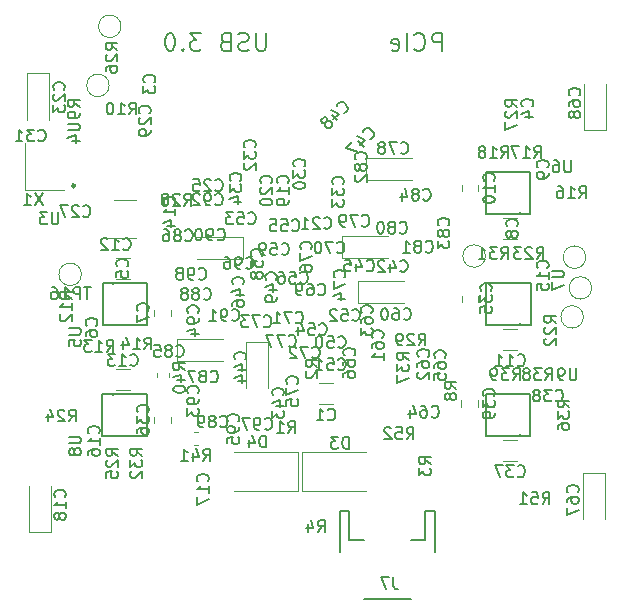
<source format=gbr>
G04 #@! TF.GenerationSoftware,KiCad,Pcbnew,5.1.6-c6e7f7d~87~ubuntu20.04.1*
G04 #@! TF.CreationDate,2020-08-09T17:29:32-07:00*
G04 #@! TF.ProjectId,artix7-pcie-v2,61727469-7837-42d7-9063-69652d76322e,rev?*
G04 #@! TF.SameCoordinates,PX69f4060PY6b00940*
G04 #@! TF.FileFunction,Legend,Bot*
G04 #@! TF.FilePolarity,Positive*
%FSLAX46Y46*%
G04 Gerber Fmt 4.6, Leading zero omitted, Abs format (unit mm)*
G04 Created by KiCad (PCBNEW 5.1.6-c6e7f7d~87~ubuntu20.04.1) date 2020-08-09 17:29:32*
%MOMM*%
%LPD*%
G01*
G04 APERTURE LIST*
%ADD10C,0.200000*%
%ADD11C,0.120000*%
%ADD12C,0.250000*%
%ADD13C,0.152400*%
%ADD14C,0.203200*%
%ADD15C,0.150000*%
G04 APERTURE END LIST*
D10*
X40642857Y46811429D02*
X40642857Y48311429D01*
X40071428Y48311429D01*
X39928571Y48240000D01*
X39857142Y48168572D01*
X39785714Y48025715D01*
X39785714Y47811429D01*
X39857142Y47668572D01*
X39928571Y47597143D01*
X40071428Y47525715D01*
X40642857Y47525715D01*
X38285714Y46954286D02*
X38357142Y46882858D01*
X38571428Y46811429D01*
X38714285Y46811429D01*
X38928571Y46882858D01*
X39071428Y47025715D01*
X39142857Y47168572D01*
X39214285Y47454286D01*
X39214285Y47668572D01*
X39142857Y47954286D01*
X39071428Y48097143D01*
X38928571Y48240000D01*
X38714285Y48311429D01*
X38571428Y48311429D01*
X38357142Y48240000D01*
X38285714Y48168572D01*
X37642857Y46811429D02*
X37642857Y48311429D01*
X36357142Y46882858D02*
X36500000Y46811429D01*
X36785714Y46811429D01*
X36928571Y46882858D01*
X37000000Y47025715D01*
X37000000Y47597143D01*
X36928571Y47740000D01*
X36785714Y47811429D01*
X36500000Y47811429D01*
X36357142Y47740000D01*
X36285714Y47597143D01*
X36285714Y47454286D01*
X37000000Y47311429D01*
X25750000Y48311429D02*
X25750000Y47097143D01*
X25678571Y46954286D01*
X25607142Y46882858D01*
X25464285Y46811429D01*
X25178571Y46811429D01*
X25035714Y46882858D01*
X24964285Y46954286D01*
X24892857Y47097143D01*
X24892857Y48311429D01*
X24250000Y46882858D02*
X24035714Y46811429D01*
X23678571Y46811429D01*
X23535714Y46882858D01*
X23464285Y46954286D01*
X23392857Y47097143D01*
X23392857Y47240000D01*
X23464285Y47382858D01*
X23535714Y47454286D01*
X23678571Y47525715D01*
X23964285Y47597143D01*
X24107142Y47668572D01*
X24178571Y47740000D01*
X24250000Y47882858D01*
X24250000Y48025715D01*
X24178571Y48168572D01*
X24107142Y48240000D01*
X23964285Y48311429D01*
X23607142Y48311429D01*
X23392857Y48240000D01*
X22250000Y47597143D02*
X22035714Y47525715D01*
X21964285Y47454286D01*
X21892857Y47311429D01*
X21892857Y47097143D01*
X21964285Y46954286D01*
X22035714Y46882858D01*
X22178571Y46811429D01*
X22750000Y46811429D01*
X22750000Y48311429D01*
X22250000Y48311429D01*
X22107142Y48240000D01*
X22035714Y48168572D01*
X21964285Y48025715D01*
X21964285Y47882858D01*
X22035714Y47740000D01*
X22107142Y47668572D01*
X22250000Y47597143D01*
X22750000Y47597143D01*
X20250000Y48311429D02*
X19321428Y48311429D01*
X19821428Y47740000D01*
X19607142Y47740000D01*
X19464285Y47668572D01*
X19392857Y47597143D01*
X19321428Y47454286D01*
X19321428Y47097143D01*
X19392857Y46954286D01*
X19464285Y46882858D01*
X19607142Y46811429D01*
X20035714Y46811429D01*
X20178571Y46882858D01*
X20250000Y46954286D01*
X18678571Y46954286D02*
X18607142Y46882858D01*
X18678571Y46811429D01*
X18750000Y46882858D01*
X18678571Y46954286D01*
X18678571Y46811429D01*
X17678571Y48311429D02*
X17535714Y48311429D01*
X17392857Y48240000D01*
X17321428Y48168572D01*
X17250000Y48025715D01*
X17178571Y47740000D01*
X17178571Y47382858D01*
X17250000Y47097143D01*
X17321428Y46954286D01*
X17392857Y46882858D01*
X17535714Y46811429D01*
X17678571Y46811429D01*
X17821428Y46882858D01*
X17892857Y46954286D01*
X17964285Y47097143D01*
X18035714Y47382858D01*
X18035714Y47740000D01*
X17964285Y48025715D01*
X17892857Y48168572D01*
X17821428Y48240000D01*
X17678571Y48311429D01*
D11*
X42280000Y16691422D02*
X42280000Y17208578D01*
X43700000Y16691422D02*
X43700000Y17208578D01*
X17710000Y15848578D02*
X17710000Y15331422D01*
X16290000Y15848578D02*
X16290000Y15331422D01*
X42290000Y25531422D02*
X42290000Y26048578D01*
X43710000Y25531422D02*
X43710000Y26048578D01*
X42290000Y34931422D02*
X42290000Y35448578D01*
X43710000Y34931422D02*
X43710000Y35448578D01*
X17710000Y24911078D02*
X17710000Y24393922D01*
X16290000Y24911078D02*
X16290000Y24393922D01*
X23810000Y29155000D02*
X19900000Y29155000D01*
X23810000Y31025000D02*
X23810000Y29155000D01*
X19900000Y31025000D02*
X23810000Y31025000D01*
X18190000Y22425000D02*
X22100000Y22425000D01*
X18190000Y20555000D02*
X18190000Y22425000D01*
X22100000Y20555000D02*
X18190000Y20555000D01*
X34190000Y37725000D02*
X38100000Y37725000D01*
X34190000Y35855000D02*
X34190000Y37725000D01*
X38100000Y35855000D02*
X34190000Y35855000D01*
X52665000Y40080000D02*
X52665000Y43990000D01*
X54535000Y40080000D02*
X52665000Y40080000D01*
X54535000Y43990000D02*
X54535000Y40080000D01*
X54435000Y11100000D02*
X54435000Y7190000D01*
X52565000Y11100000D02*
X54435000Y11100000D01*
X52565000Y7190000D02*
X52565000Y11100000D01*
X33490000Y27325000D02*
X37400000Y27325000D01*
X33490000Y25455000D02*
X33490000Y27325000D01*
X37400000Y25455000D02*
X33490000Y25455000D01*
X25935000Y22200000D02*
X25935000Y18290000D01*
X24065000Y22200000D02*
X25935000Y22200000D01*
X24065000Y18290000D02*
X24065000Y22200000D01*
X32190000Y31125000D02*
X36100000Y31125000D01*
X32190000Y29255000D02*
X32190000Y31125000D01*
X36100000Y29255000D02*
X32190000Y29255000D01*
X7335000Y44900000D02*
X7335000Y40990000D01*
X5465000Y44900000D02*
X7335000Y44900000D01*
X5465000Y40990000D02*
X5465000Y44900000D01*
X5665000Y6080000D02*
X5665000Y9990000D01*
X7535000Y6080000D02*
X5665000Y6080000D01*
X7535000Y9990000D02*
X7535000Y6080000D01*
X52800000Y29340000D02*
G75*
G03*
X52800000Y29340000I-950000J0D01*
G01*
X44300000Y29440000D02*
G75*
G03*
X44300000Y29440000I-950000J0D01*
G01*
X52600000Y24290000D02*
G75*
G03*
X52600000Y24290000I-950000J0D01*
G01*
X53300000Y26740000D02*
G75*
G03*
X53300000Y26740000I-950000J0D01*
G01*
X10100000Y27890000D02*
G75*
G03*
X10100000Y27890000I-950000J0D01*
G01*
X12450000Y43890000D02*
G75*
G03*
X12450000Y43890000I-950000J0D01*
G01*
X13450000Y48890000D02*
G75*
G03*
X13450000Y48890000I-950000J0D01*
G01*
X19624721Y13480000D02*
X19950279Y13480000D01*
X19624721Y14500000D02*
X19950279Y14500000D01*
X17510000Y19227221D02*
X17510000Y19552779D01*
X16490000Y19227221D02*
X16490000Y19552779D01*
X30197936Y16880000D02*
X31402064Y16880000D01*
X30197936Y18700000D02*
X31402064Y18700000D01*
D12*
X9550000Y35390000D02*
G75*
G03*
X9550000Y35390000I-125000J0D01*
G01*
D13*
X44350400Y14212000D02*
X44350400Y17768000D01*
X44350400Y17768000D02*
X48109600Y17768000D01*
X48109600Y17768000D02*
X48109600Y14212000D01*
X48109600Y14212000D02*
X44350400Y14212000D01*
X47281200Y14259400D02*
G75*
G03*
X47281200Y14259400I-76200J0D01*
G01*
X15629600Y17768000D02*
X15629600Y14212000D01*
X15629600Y14212000D02*
X11870400Y14212000D01*
X11870400Y14212000D02*
X11870400Y17768000D01*
X11870400Y17768000D02*
X15629600Y17768000D01*
X12851200Y17720600D02*
G75*
G03*
X12851200Y17720600I-76200J0D01*
G01*
X44370400Y23612000D02*
X44370400Y27168000D01*
X44370400Y27168000D02*
X48129600Y27168000D01*
X48129600Y27168000D02*
X48129600Y23612000D01*
X48129600Y23612000D02*
X44370400Y23612000D01*
X47301200Y23659400D02*
G75*
G03*
X47301200Y23659400I-76200J0D01*
G01*
X44350400Y33012000D02*
X44350400Y36568000D01*
X44350400Y36568000D02*
X48109600Y36568000D01*
X48109600Y36568000D02*
X48109600Y33012000D01*
X48109600Y33012000D02*
X44350400Y33012000D01*
X47281200Y33059400D02*
G75*
G03*
X47281200Y33059400I-76200J0D01*
G01*
D11*
X45797936Y12080000D02*
X47002064Y12080000D01*
X45797936Y13900000D02*
X47002064Y13900000D01*
X14202064Y19900000D02*
X12997936Y19900000D01*
X14202064Y18080000D02*
X12997936Y18080000D01*
X45797936Y21480000D02*
X47002064Y21480000D01*
X45797936Y23300000D02*
X47002064Y23300000D01*
X45797936Y30880000D02*
X47002064Y30880000D01*
X45797936Y32700000D02*
X47002064Y32700000D01*
X8650000Y34990000D02*
X5350000Y34990000D01*
X5350000Y34990000D02*
X5350000Y38990000D01*
D13*
X15649600Y27168000D02*
X15649600Y23612000D01*
X15649600Y23612000D02*
X11890400Y23612000D01*
X11890400Y23612000D02*
X11890400Y27168000D01*
X11890400Y27168000D02*
X15649600Y27168000D01*
X12871200Y27120600D02*
G75*
G03*
X12871200Y27120600I-76200J0D01*
G01*
D11*
X14202064Y27480000D02*
X12997936Y27480000D01*
X14202064Y29300000D02*
X12997936Y29300000D01*
X28400000Y12840000D02*
X28400000Y9540000D01*
X28400000Y9540000D02*
X23000000Y9540000D01*
X28400000Y12840000D02*
X23000000Y12840000D01*
X28800000Y9540000D02*
X28800000Y12840000D01*
X28800000Y12840000D02*
X34200000Y12840000D01*
X28800000Y9540000D02*
X34200000Y9540000D01*
D14*
X32000000Y4390000D02*
X32000000Y7890000D01*
X32000000Y7890000D02*
X32800000Y7890000D01*
X32800000Y7890000D02*
X32800000Y5390000D01*
X32800000Y5390000D02*
X34000000Y5390000D01*
X38000000Y5390000D02*
X39200000Y5390000D01*
X39200000Y5390000D02*
X39200000Y7890000D01*
X39200000Y7890000D02*
X40000000Y7890000D01*
X40000000Y7890000D02*
X40000000Y4390000D01*
X38000000Y390000D02*
X34000000Y390000D01*
D11*
X12900000Y34200000D02*
X14700000Y34200000D01*
X14700000Y30980000D02*
X12250000Y30980000D01*
D15*
X44997142Y17592858D02*
X45044761Y17640477D01*
X45092380Y17783334D01*
X45092380Y17878572D01*
X45044761Y18021429D01*
X44949523Y18116667D01*
X44854285Y18164286D01*
X44663809Y18211905D01*
X44520952Y18211905D01*
X44330476Y18164286D01*
X44235238Y18116667D01*
X44140000Y18021429D01*
X44092380Y17878572D01*
X44092380Y17783334D01*
X44140000Y17640477D01*
X44187619Y17592858D01*
X44092380Y17259524D02*
X44092380Y16640477D01*
X44473333Y16973810D01*
X44473333Y16830953D01*
X44520952Y16735715D01*
X44568571Y16688096D01*
X44663809Y16640477D01*
X44901904Y16640477D01*
X44997142Y16688096D01*
X45044761Y16735715D01*
X45092380Y16830953D01*
X45092380Y17116667D01*
X45044761Y17211905D01*
X44997142Y17259524D01*
X45092380Y16164286D02*
X45092380Y15973810D01*
X45044761Y15878572D01*
X44997142Y15830953D01*
X44854285Y15735715D01*
X44663809Y15688096D01*
X44282857Y15688096D01*
X44187619Y15735715D01*
X44140000Y15783334D01*
X44092380Y15878572D01*
X44092380Y16069048D01*
X44140000Y16164286D01*
X44187619Y16211905D01*
X44282857Y16259524D01*
X44520952Y16259524D01*
X44616190Y16211905D01*
X44663809Y16164286D01*
X44711428Y16069048D01*
X44711428Y15878572D01*
X44663809Y15783334D01*
X44616190Y15735715D01*
X44520952Y15688096D01*
X15707142Y16232858D02*
X15754761Y16280477D01*
X15802380Y16423334D01*
X15802380Y16518572D01*
X15754761Y16661429D01*
X15659523Y16756667D01*
X15564285Y16804286D01*
X15373809Y16851905D01*
X15230952Y16851905D01*
X15040476Y16804286D01*
X14945238Y16756667D01*
X14850000Y16661429D01*
X14802380Y16518572D01*
X14802380Y16423334D01*
X14850000Y16280477D01*
X14897619Y16232858D01*
X14802380Y15899524D02*
X14802380Y15280477D01*
X15183333Y15613810D01*
X15183333Y15470953D01*
X15230952Y15375715D01*
X15278571Y15328096D01*
X15373809Y15280477D01*
X15611904Y15280477D01*
X15707142Y15328096D01*
X15754761Y15375715D01*
X15802380Y15470953D01*
X15802380Y15756667D01*
X15754761Y15851905D01*
X15707142Y15899524D01*
X14802380Y14423334D02*
X14802380Y14613810D01*
X14850000Y14709048D01*
X14897619Y14756667D01*
X15040476Y14851905D01*
X15230952Y14899524D01*
X15611904Y14899524D01*
X15707142Y14851905D01*
X15754761Y14804286D01*
X15802380Y14709048D01*
X15802380Y14518572D01*
X15754761Y14423334D01*
X15707142Y14375715D01*
X15611904Y14328096D01*
X15373809Y14328096D01*
X15278571Y14375715D01*
X15230952Y14423334D01*
X15183333Y14518572D01*
X15183333Y14709048D01*
X15230952Y14804286D01*
X15278571Y14851905D01*
X15373809Y14899524D01*
X44767142Y26502858D02*
X44814761Y26550477D01*
X44862380Y26693334D01*
X44862380Y26788572D01*
X44814761Y26931429D01*
X44719523Y27026667D01*
X44624285Y27074286D01*
X44433809Y27121905D01*
X44290952Y27121905D01*
X44100476Y27074286D01*
X44005238Y27026667D01*
X43910000Y26931429D01*
X43862380Y26788572D01*
X43862380Y26693334D01*
X43910000Y26550477D01*
X43957619Y26502858D01*
X43862380Y26169524D02*
X43862380Y25550477D01*
X44243333Y25883810D01*
X44243333Y25740953D01*
X44290952Y25645715D01*
X44338571Y25598096D01*
X44433809Y25550477D01*
X44671904Y25550477D01*
X44767142Y25598096D01*
X44814761Y25645715D01*
X44862380Y25740953D01*
X44862380Y26026667D01*
X44814761Y26121905D01*
X44767142Y26169524D01*
X43862380Y24645715D02*
X43862380Y25121905D01*
X44338571Y25169524D01*
X44290952Y25121905D01*
X44243333Y25026667D01*
X44243333Y24788572D01*
X44290952Y24693334D01*
X44338571Y24645715D01*
X44433809Y24598096D01*
X44671904Y24598096D01*
X44767142Y24645715D01*
X44814761Y24693334D01*
X44862380Y24788572D01*
X44862380Y25026667D01*
X44814761Y25121905D01*
X44767142Y25169524D01*
X45007142Y35832858D02*
X45054761Y35880477D01*
X45102380Y36023334D01*
X45102380Y36118572D01*
X45054761Y36261429D01*
X44959523Y36356667D01*
X44864285Y36404286D01*
X44673809Y36451905D01*
X44530952Y36451905D01*
X44340476Y36404286D01*
X44245238Y36356667D01*
X44150000Y36261429D01*
X44102380Y36118572D01*
X44102380Y36023334D01*
X44150000Y35880477D01*
X44197619Y35832858D01*
X45102380Y34880477D02*
X45102380Y35451905D01*
X45102380Y35166191D02*
X44102380Y35166191D01*
X44245238Y35261429D01*
X44340476Y35356667D01*
X44388095Y35451905D01*
X44102380Y34261429D02*
X44102380Y34166191D01*
X44150000Y34070953D01*
X44197619Y34023334D01*
X44292857Y33975715D01*
X44483333Y33928096D01*
X44721428Y33928096D01*
X44911904Y33975715D01*
X45007142Y34023334D01*
X45054761Y34070953D01*
X45102380Y34166191D01*
X45102380Y34261429D01*
X45054761Y34356667D01*
X45007142Y34404286D01*
X44911904Y34451905D01*
X44721428Y34499524D01*
X44483333Y34499524D01*
X44292857Y34451905D01*
X44197619Y34404286D01*
X44150000Y34356667D01*
X44102380Y34261429D01*
X15707142Y24819167D02*
X15754761Y24866786D01*
X15802380Y25009643D01*
X15802380Y25104881D01*
X15754761Y25247739D01*
X15659523Y25342977D01*
X15564285Y25390596D01*
X15373809Y25438215D01*
X15230952Y25438215D01*
X15040476Y25390596D01*
X14945238Y25342977D01*
X14850000Y25247739D01*
X14802380Y25104881D01*
X14802380Y25009643D01*
X14850000Y24866786D01*
X14897619Y24819167D01*
X14802380Y24485834D02*
X14802380Y23819167D01*
X15802380Y24247739D01*
X48257142Y42106667D02*
X48304761Y42154286D01*
X48352380Y42297143D01*
X48352380Y42392381D01*
X48304761Y42535239D01*
X48209523Y42630477D01*
X48114285Y42678096D01*
X47923809Y42725715D01*
X47780952Y42725715D01*
X47590476Y42678096D01*
X47495238Y42630477D01*
X47400000Y42535239D01*
X47352380Y42392381D01*
X47352380Y42297143D01*
X47400000Y42154286D01*
X47447619Y42106667D01*
X47685714Y41249524D02*
X48352380Y41249524D01*
X47304761Y41487620D02*
X48019047Y41725715D01*
X48019047Y41106667D01*
X16257142Y44156667D02*
X16304761Y44204286D01*
X16352380Y44347143D01*
X16352380Y44442381D01*
X16304761Y44585239D01*
X16209523Y44680477D01*
X16114285Y44728096D01*
X15923809Y44775715D01*
X15780952Y44775715D01*
X15590476Y44728096D01*
X15495238Y44680477D01*
X15400000Y44585239D01*
X15352380Y44442381D01*
X15352380Y44347143D01*
X15400000Y44204286D01*
X15447619Y44156667D01*
X15352380Y43823334D02*
X15352380Y43204286D01*
X15733333Y43537620D01*
X15733333Y43394762D01*
X15780952Y43299524D01*
X15828571Y43251905D01*
X15923809Y43204286D01*
X16161904Y43204286D01*
X16257142Y43251905D01*
X16304761Y43299524D01*
X16352380Y43394762D01*
X16352380Y43680477D01*
X16304761Y43775715D01*
X16257142Y43823334D01*
X18892857Y30782858D02*
X18940476Y30735239D01*
X19083333Y30687620D01*
X19178571Y30687620D01*
X19321428Y30735239D01*
X19416666Y30830477D01*
X19464285Y30925715D01*
X19511904Y31116191D01*
X19511904Y31259048D01*
X19464285Y31449524D01*
X19416666Y31544762D01*
X19321428Y31640000D01*
X19178571Y31687620D01*
X19083333Y31687620D01*
X18940476Y31640000D01*
X18892857Y31592381D01*
X18321428Y31259048D02*
X18416666Y31306667D01*
X18464285Y31354286D01*
X18511904Y31449524D01*
X18511904Y31497143D01*
X18464285Y31592381D01*
X18416666Y31640000D01*
X18321428Y31687620D01*
X18130952Y31687620D01*
X18035714Y31640000D01*
X17988095Y31592381D01*
X17940476Y31497143D01*
X17940476Y31449524D01*
X17988095Y31354286D01*
X18035714Y31306667D01*
X18130952Y31259048D01*
X18321428Y31259048D01*
X18416666Y31211429D01*
X18464285Y31163810D01*
X18511904Y31068572D01*
X18511904Y30878096D01*
X18464285Y30782858D01*
X18416666Y30735239D01*
X18321428Y30687620D01*
X18130952Y30687620D01*
X18035714Y30735239D01*
X17988095Y30782858D01*
X17940476Y30878096D01*
X17940476Y31068572D01*
X17988095Y31163810D01*
X18035714Y31211429D01*
X18130952Y31259048D01*
X17083333Y31687620D02*
X17273809Y31687620D01*
X17369047Y31640000D01*
X17416666Y31592381D01*
X17511904Y31449524D01*
X17559523Y31259048D01*
X17559523Y30878096D01*
X17511904Y30782858D01*
X17464285Y30735239D01*
X17369047Y30687620D01*
X17178571Y30687620D01*
X17083333Y30735239D01*
X17035714Y30782858D01*
X16988095Y30878096D01*
X16988095Y31116191D01*
X17035714Y31211429D01*
X17083333Y31259048D01*
X17178571Y31306667D01*
X17369047Y31306667D01*
X17464285Y31259048D01*
X17511904Y31211429D01*
X17559523Y31116191D01*
X18142857Y20982858D02*
X18190476Y20935239D01*
X18333333Y20887620D01*
X18428571Y20887620D01*
X18571428Y20935239D01*
X18666666Y21030477D01*
X18714285Y21125715D01*
X18761904Y21316191D01*
X18761904Y21459048D01*
X18714285Y21649524D01*
X18666666Y21744762D01*
X18571428Y21840000D01*
X18428571Y21887620D01*
X18333333Y21887620D01*
X18190476Y21840000D01*
X18142857Y21792381D01*
X17571428Y21459048D02*
X17666666Y21506667D01*
X17714285Y21554286D01*
X17761904Y21649524D01*
X17761904Y21697143D01*
X17714285Y21792381D01*
X17666666Y21840000D01*
X17571428Y21887620D01*
X17380952Y21887620D01*
X17285714Y21840000D01*
X17238095Y21792381D01*
X17190476Y21697143D01*
X17190476Y21649524D01*
X17238095Y21554286D01*
X17285714Y21506667D01*
X17380952Y21459048D01*
X17571428Y21459048D01*
X17666666Y21411429D01*
X17714285Y21363810D01*
X17761904Y21268572D01*
X17761904Y21078096D01*
X17714285Y20982858D01*
X17666666Y20935239D01*
X17571428Y20887620D01*
X17380952Y20887620D01*
X17285714Y20935239D01*
X17238095Y20982858D01*
X17190476Y21078096D01*
X17190476Y21268572D01*
X17238095Y21363810D01*
X17285714Y21411429D01*
X17380952Y21459048D01*
X16285714Y21887620D02*
X16761904Y21887620D01*
X16809523Y21411429D01*
X16761904Y21459048D01*
X16666666Y21506667D01*
X16428571Y21506667D01*
X16333333Y21459048D01*
X16285714Y21411429D01*
X16238095Y21316191D01*
X16238095Y21078096D01*
X16285714Y20982858D01*
X16333333Y20935239D01*
X16428571Y20887620D01*
X16666666Y20887620D01*
X16761904Y20935239D01*
X16809523Y20982858D01*
X37142857Y38182858D02*
X37190476Y38135239D01*
X37333333Y38087620D01*
X37428571Y38087620D01*
X37571428Y38135239D01*
X37666666Y38230477D01*
X37714285Y38325715D01*
X37761904Y38516191D01*
X37761904Y38659048D01*
X37714285Y38849524D01*
X37666666Y38944762D01*
X37571428Y39040000D01*
X37428571Y39087620D01*
X37333333Y39087620D01*
X37190476Y39040000D01*
X37142857Y38992381D01*
X36809523Y39087620D02*
X36142857Y39087620D01*
X36571428Y38087620D01*
X35619047Y38659048D02*
X35714285Y38706667D01*
X35761904Y38754286D01*
X35809523Y38849524D01*
X35809523Y38897143D01*
X35761904Y38992381D01*
X35714285Y39040000D01*
X35619047Y39087620D01*
X35428571Y39087620D01*
X35333333Y39040000D01*
X35285714Y38992381D01*
X35238095Y38897143D01*
X35238095Y38849524D01*
X35285714Y38754286D01*
X35333333Y38706667D01*
X35428571Y38659048D01*
X35619047Y38659048D01*
X35714285Y38611429D01*
X35761904Y38563810D01*
X35809523Y38468572D01*
X35809523Y38278096D01*
X35761904Y38182858D01*
X35714285Y38135239D01*
X35619047Y38087620D01*
X35428571Y38087620D01*
X35333333Y38135239D01*
X35285714Y38182858D01*
X35238095Y38278096D01*
X35238095Y38468572D01*
X35285714Y38563810D01*
X35333333Y38611429D01*
X35428571Y38659048D01*
X52257142Y43032858D02*
X52304761Y43080477D01*
X52352380Y43223334D01*
X52352380Y43318572D01*
X52304761Y43461429D01*
X52209523Y43556667D01*
X52114285Y43604286D01*
X51923809Y43651905D01*
X51780952Y43651905D01*
X51590476Y43604286D01*
X51495238Y43556667D01*
X51400000Y43461429D01*
X51352380Y43318572D01*
X51352380Y43223334D01*
X51400000Y43080477D01*
X51447619Y43032858D01*
X51352380Y42175715D02*
X51352380Y42366191D01*
X51400000Y42461429D01*
X51447619Y42509048D01*
X51590476Y42604286D01*
X51780952Y42651905D01*
X52161904Y42651905D01*
X52257142Y42604286D01*
X52304761Y42556667D01*
X52352380Y42461429D01*
X52352380Y42270953D01*
X52304761Y42175715D01*
X52257142Y42128096D01*
X52161904Y42080477D01*
X51923809Y42080477D01*
X51828571Y42128096D01*
X51780952Y42175715D01*
X51733333Y42270953D01*
X51733333Y42461429D01*
X51780952Y42556667D01*
X51828571Y42604286D01*
X51923809Y42651905D01*
X51780952Y41509048D02*
X51733333Y41604286D01*
X51685714Y41651905D01*
X51590476Y41699524D01*
X51542857Y41699524D01*
X51447619Y41651905D01*
X51400000Y41604286D01*
X51352380Y41509048D01*
X51352380Y41318572D01*
X51400000Y41223334D01*
X51447619Y41175715D01*
X51542857Y41128096D01*
X51590476Y41128096D01*
X51685714Y41175715D01*
X51733333Y41223334D01*
X51780952Y41318572D01*
X51780952Y41509048D01*
X51828571Y41604286D01*
X51876190Y41651905D01*
X51971428Y41699524D01*
X52161904Y41699524D01*
X52257142Y41651905D01*
X52304761Y41604286D01*
X52352380Y41509048D01*
X52352380Y41318572D01*
X52304761Y41223334D01*
X52257142Y41175715D01*
X52161904Y41128096D01*
X51971428Y41128096D01*
X51876190Y41175715D01*
X51828571Y41223334D01*
X51780952Y41318572D01*
X52107142Y9432858D02*
X52154761Y9480477D01*
X52202380Y9623334D01*
X52202380Y9718572D01*
X52154761Y9861429D01*
X52059523Y9956667D01*
X51964285Y10004286D01*
X51773809Y10051905D01*
X51630952Y10051905D01*
X51440476Y10004286D01*
X51345238Y9956667D01*
X51250000Y9861429D01*
X51202380Y9718572D01*
X51202380Y9623334D01*
X51250000Y9480477D01*
X51297619Y9432858D01*
X51202380Y8575715D02*
X51202380Y8766191D01*
X51250000Y8861429D01*
X51297619Y8909048D01*
X51440476Y9004286D01*
X51630952Y9051905D01*
X52011904Y9051905D01*
X52107142Y9004286D01*
X52154761Y8956667D01*
X52202380Y8861429D01*
X52202380Y8670953D01*
X52154761Y8575715D01*
X52107142Y8528096D01*
X52011904Y8480477D01*
X51773809Y8480477D01*
X51678571Y8528096D01*
X51630952Y8575715D01*
X51583333Y8670953D01*
X51583333Y8861429D01*
X51630952Y8956667D01*
X51678571Y9004286D01*
X51773809Y9051905D01*
X51202380Y8147143D02*
X51202380Y7480477D01*
X52202380Y7909048D01*
X37392857Y24132858D02*
X37440476Y24085239D01*
X37583333Y24037620D01*
X37678571Y24037620D01*
X37821428Y24085239D01*
X37916666Y24180477D01*
X37964285Y24275715D01*
X38011904Y24466191D01*
X38011904Y24609048D01*
X37964285Y24799524D01*
X37916666Y24894762D01*
X37821428Y24990000D01*
X37678571Y25037620D01*
X37583333Y25037620D01*
X37440476Y24990000D01*
X37392857Y24942381D01*
X36535714Y25037620D02*
X36726190Y25037620D01*
X36821428Y24990000D01*
X36869047Y24942381D01*
X36964285Y24799524D01*
X37011904Y24609048D01*
X37011904Y24228096D01*
X36964285Y24132858D01*
X36916666Y24085239D01*
X36821428Y24037620D01*
X36630952Y24037620D01*
X36535714Y24085239D01*
X36488095Y24132858D01*
X36440476Y24228096D01*
X36440476Y24466191D01*
X36488095Y24561429D01*
X36535714Y24609048D01*
X36630952Y24656667D01*
X36821428Y24656667D01*
X36916666Y24609048D01*
X36964285Y24561429D01*
X37011904Y24466191D01*
X35821428Y25037620D02*
X35726190Y25037620D01*
X35630952Y24990000D01*
X35583333Y24942381D01*
X35535714Y24847143D01*
X35488095Y24656667D01*
X35488095Y24418572D01*
X35535714Y24228096D01*
X35583333Y24132858D01*
X35630952Y24085239D01*
X35726190Y24037620D01*
X35821428Y24037620D01*
X35916666Y24085239D01*
X35964285Y24132858D01*
X36011904Y24228096D01*
X36059523Y24418572D01*
X36059523Y24656667D01*
X36011904Y24847143D01*
X35964285Y24942381D01*
X35916666Y24990000D01*
X35821428Y25037620D01*
X23957142Y20682858D02*
X24004761Y20730477D01*
X24052380Y20873334D01*
X24052380Y20968572D01*
X24004761Y21111429D01*
X23909523Y21206667D01*
X23814285Y21254286D01*
X23623809Y21301905D01*
X23480952Y21301905D01*
X23290476Y21254286D01*
X23195238Y21206667D01*
X23100000Y21111429D01*
X23052380Y20968572D01*
X23052380Y20873334D01*
X23100000Y20730477D01*
X23147619Y20682858D01*
X23385714Y19825715D02*
X24052380Y19825715D01*
X23004761Y20063810D02*
X23719047Y20301905D01*
X23719047Y19682858D01*
X23385714Y18873334D02*
X24052380Y18873334D01*
X23004761Y19111429D02*
X23719047Y19349524D01*
X23719047Y18730477D01*
X37092857Y28182858D02*
X37140476Y28135239D01*
X37283333Y28087620D01*
X37378571Y28087620D01*
X37521428Y28135239D01*
X37616666Y28230477D01*
X37664285Y28325715D01*
X37711904Y28516191D01*
X37711904Y28659048D01*
X37664285Y28849524D01*
X37616666Y28944762D01*
X37521428Y29040000D01*
X37378571Y29087620D01*
X37283333Y29087620D01*
X37140476Y29040000D01*
X37092857Y28992381D01*
X36235714Y28754286D02*
X36235714Y28087620D01*
X36473809Y29135239D02*
X36711904Y28420953D01*
X36092857Y28420953D01*
X35759523Y28992381D02*
X35711904Y29040000D01*
X35616666Y29087620D01*
X35378571Y29087620D01*
X35283333Y29040000D01*
X35235714Y28992381D01*
X35188095Y28897143D01*
X35188095Y28801905D01*
X35235714Y28659048D01*
X35807142Y28087620D01*
X35188095Y28087620D01*
X8607142Y43532858D02*
X8654761Y43580477D01*
X8702380Y43723334D01*
X8702380Y43818572D01*
X8654761Y43961429D01*
X8559523Y44056667D01*
X8464285Y44104286D01*
X8273809Y44151905D01*
X8130952Y44151905D01*
X7940476Y44104286D01*
X7845238Y44056667D01*
X7750000Y43961429D01*
X7702380Y43818572D01*
X7702380Y43723334D01*
X7750000Y43580477D01*
X7797619Y43532858D01*
X7797619Y43151905D02*
X7750000Y43104286D01*
X7702380Y43009048D01*
X7702380Y42770953D01*
X7750000Y42675715D01*
X7797619Y42628096D01*
X7892857Y42580477D01*
X7988095Y42580477D01*
X8130952Y42628096D01*
X8702380Y43199524D01*
X8702380Y42580477D01*
X7702380Y42247143D02*
X7702380Y41628096D01*
X8083333Y41961429D01*
X8083333Y41818572D01*
X8130952Y41723334D01*
X8178571Y41675715D01*
X8273809Y41628096D01*
X8511904Y41628096D01*
X8607142Y41675715D01*
X8654761Y41723334D01*
X8702380Y41818572D01*
X8702380Y42104286D01*
X8654761Y42199524D01*
X8607142Y42247143D01*
X8707142Y9032858D02*
X8754761Y9080477D01*
X8802380Y9223334D01*
X8802380Y9318572D01*
X8754761Y9461429D01*
X8659523Y9556667D01*
X8564285Y9604286D01*
X8373809Y9651905D01*
X8230952Y9651905D01*
X8040476Y9604286D01*
X7945238Y9556667D01*
X7850000Y9461429D01*
X7802380Y9318572D01*
X7802380Y9223334D01*
X7850000Y9080477D01*
X7897619Y9032858D01*
X8802380Y8080477D02*
X8802380Y8651905D01*
X8802380Y8366191D02*
X7802380Y8366191D01*
X7945238Y8461429D01*
X8040476Y8556667D01*
X8088095Y8651905D01*
X8230952Y7509048D02*
X8183333Y7604286D01*
X8135714Y7651905D01*
X8040476Y7699524D01*
X7992857Y7699524D01*
X7897619Y7651905D01*
X7850000Y7604286D01*
X7802380Y7509048D01*
X7802380Y7318572D01*
X7850000Y7223334D01*
X7897619Y7175715D01*
X7992857Y7128096D01*
X8040476Y7128096D01*
X8135714Y7175715D01*
X8183333Y7223334D01*
X8230952Y7318572D01*
X8230952Y7509048D01*
X8278571Y7604286D01*
X8326190Y7651905D01*
X8421428Y7699524D01*
X8611904Y7699524D01*
X8707142Y7651905D01*
X8754761Y7604286D01*
X8802380Y7509048D01*
X8802380Y7318572D01*
X8754761Y7223334D01*
X8707142Y7175715D01*
X8611904Y7128096D01*
X8421428Y7128096D01*
X8326190Y7175715D01*
X8278571Y7223334D01*
X8230952Y7318572D01*
X10888095Y26789620D02*
X10316666Y26789620D01*
X10602380Y25789620D02*
X10602380Y26789620D01*
X9983333Y25789620D02*
X9983333Y26789620D01*
X9602380Y26789620D01*
X9507142Y26742000D01*
X9459523Y26694381D01*
X9411904Y26599143D01*
X9411904Y26456286D01*
X9459523Y26361048D01*
X9507142Y26313429D01*
X9602380Y26265810D01*
X9983333Y26265810D01*
X8459523Y25789620D02*
X9030952Y25789620D01*
X8745238Y25789620D02*
X8745238Y26789620D01*
X8840476Y26646762D01*
X8935714Y26551524D01*
X9030952Y26503905D01*
X7602380Y26789620D02*
X7792857Y26789620D01*
X7888095Y26742000D01*
X7935714Y26694381D01*
X8030952Y26551524D01*
X8078571Y26361048D01*
X8078571Y25980096D01*
X8030952Y25884858D01*
X7983333Y25837239D01*
X7888095Y25789620D01*
X7697619Y25789620D01*
X7602380Y25837239D01*
X7554761Y25884858D01*
X7507142Y25980096D01*
X7507142Y26218191D01*
X7554761Y26313429D01*
X7602380Y26361048D01*
X7697619Y26408667D01*
X7888095Y26408667D01*
X7983333Y26361048D01*
X8030952Y26313429D01*
X8078571Y26218191D01*
X37642857Y13937620D02*
X37976190Y14413810D01*
X38214285Y13937620D02*
X38214285Y14937620D01*
X37833333Y14937620D01*
X37738095Y14890000D01*
X37690476Y14842381D01*
X37642857Y14747143D01*
X37642857Y14604286D01*
X37690476Y14509048D01*
X37738095Y14461429D01*
X37833333Y14413810D01*
X38214285Y14413810D01*
X36738095Y14937620D02*
X37214285Y14937620D01*
X37261904Y14461429D01*
X37214285Y14509048D01*
X37119047Y14556667D01*
X36880952Y14556667D01*
X36785714Y14509048D01*
X36738095Y14461429D01*
X36690476Y14366191D01*
X36690476Y14128096D01*
X36738095Y14032858D01*
X36785714Y13985239D01*
X36880952Y13937620D01*
X37119047Y13937620D01*
X37214285Y13985239D01*
X37261904Y14032858D01*
X36309523Y14842381D02*
X36261904Y14890000D01*
X36166666Y14937620D01*
X35928571Y14937620D01*
X35833333Y14890000D01*
X35785714Y14842381D01*
X35738095Y14747143D01*
X35738095Y14651905D01*
X35785714Y14509048D01*
X36357142Y13937620D01*
X35738095Y13937620D01*
X49142857Y8437620D02*
X49476190Y8913810D01*
X49714285Y8437620D02*
X49714285Y9437620D01*
X49333333Y9437620D01*
X49238095Y9390000D01*
X49190476Y9342381D01*
X49142857Y9247143D01*
X49142857Y9104286D01*
X49190476Y9009048D01*
X49238095Y8961429D01*
X49333333Y8913810D01*
X49714285Y8913810D01*
X48238095Y9437620D02*
X48714285Y9437620D01*
X48761904Y8961429D01*
X48714285Y9009048D01*
X48619047Y9056667D01*
X48380952Y9056667D01*
X48285714Y9009048D01*
X48238095Y8961429D01*
X48190476Y8866191D01*
X48190476Y8628096D01*
X48238095Y8532858D01*
X48285714Y8485239D01*
X48380952Y8437620D01*
X48619047Y8437620D01*
X48714285Y8485239D01*
X48761904Y8532858D01*
X47238095Y8437620D02*
X47809523Y8437620D01*
X47523809Y8437620D02*
X47523809Y9437620D01*
X47619047Y9294762D01*
X47714285Y9199524D01*
X47809523Y9151905D01*
X46642857Y18937620D02*
X46976190Y19413810D01*
X47214285Y18937620D02*
X47214285Y19937620D01*
X46833333Y19937620D01*
X46738095Y19890000D01*
X46690476Y19842381D01*
X46642857Y19747143D01*
X46642857Y19604286D01*
X46690476Y19509048D01*
X46738095Y19461429D01*
X46833333Y19413810D01*
X47214285Y19413810D01*
X46309523Y19937620D02*
X45690476Y19937620D01*
X46023809Y19556667D01*
X45880952Y19556667D01*
X45785714Y19509048D01*
X45738095Y19461429D01*
X45690476Y19366191D01*
X45690476Y19128096D01*
X45738095Y19032858D01*
X45785714Y18985239D01*
X45880952Y18937620D01*
X46166666Y18937620D01*
X46261904Y18985239D01*
X46309523Y19032858D01*
X45214285Y18937620D02*
X45023809Y18937620D01*
X44928571Y18985239D01*
X44880952Y19032858D01*
X44785714Y19175715D01*
X44738095Y19366191D01*
X44738095Y19747143D01*
X44785714Y19842381D01*
X44833333Y19890000D01*
X44928571Y19937620D01*
X45119047Y19937620D01*
X45214285Y19890000D01*
X45261904Y19842381D01*
X45309523Y19747143D01*
X45309523Y19509048D01*
X45261904Y19413810D01*
X45214285Y19366191D01*
X45119047Y19318572D01*
X44928571Y19318572D01*
X44833333Y19366191D01*
X44785714Y19413810D01*
X44738095Y19509048D01*
X49392857Y18937620D02*
X49726190Y19413810D01*
X49964285Y18937620D02*
X49964285Y19937620D01*
X49583333Y19937620D01*
X49488095Y19890000D01*
X49440476Y19842381D01*
X49392857Y19747143D01*
X49392857Y19604286D01*
X49440476Y19509048D01*
X49488095Y19461429D01*
X49583333Y19413810D01*
X49964285Y19413810D01*
X49059523Y19937620D02*
X48440476Y19937620D01*
X48773809Y19556667D01*
X48630952Y19556667D01*
X48535714Y19509048D01*
X48488095Y19461429D01*
X48440476Y19366191D01*
X48440476Y19128096D01*
X48488095Y19032858D01*
X48535714Y18985239D01*
X48630952Y18937620D01*
X48916666Y18937620D01*
X49011904Y18985239D01*
X49059523Y19032858D01*
X47869047Y19509048D02*
X47964285Y19556667D01*
X48011904Y19604286D01*
X48059523Y19699524D01*
X48059523Y19747143D01*
X48011904Y19842381D01*
X47964285Y19890000D01*
X47869047Y19937620D01*
X47678571Y19937620D01*
X47583333Y19890000D01*
X47535714Y19842381D01*
X47488095Y19747143D01*
X47488095Y19699524D01*
X47535714Y19604286D01*
X47583333Y19556667D01*
X47678571Y19509048D01*
X47869047Y19509048D01*
X47964285Y19461429D01*
X48011904Y19413810D01*
X48059523Y19318572D01*
X48059523Y19128096D01*
X48011904Y19032858D01*
X47964285Y18985239D01*
X47869047Y18937620D01*
X47678571Y18937620D01*
X47583333Y18985239D01*
X47535714Y19032858D01*
X47488095Y19128096D01*
X47488095Y19318572D01*
X47535714Y19413810D01*
X47583333Y19461429D01*
X47678571Y19509048D01*
X37822380Y20632858D02*
X37346190Y20966191D01*
X37822380Y21204286D02*
X36822380Y21204286D01*
X36822380Y20823334D01*
X36870000Y20728096D01*
X36917619Y20680477D01*
X37012857Y20632858D01*
X37155714Y20632858D01*
X37250952Y20680477D01*
X37298571Y20728096D01*
X37346190Y20823334D01*
X37346190Y21204286D01*
X36822380Y20299524D02*
X36822380Y19680477D01*
X37203333Y20013810D01*
X37203333Y19870953D01*
X37250952Y19775715D01*
X37298571Y19728096D01*
X37393809Y19680477D01*
X37631904Y19680477D01*
X37727142Y19728096D01*
X37774761Y19775715D01*
X37822380Y19870953D01*
X37822380Y20156667D01*
X37774761Y20251905D01*
X37727142Y20299524D01*
X36822380Y19347143D02*
X36822380Y18680477D01*
X37822380Y19109048D01*
X51422380Y16632858D02*
X50946190Y16966191D01*
X51422380Y17204286D02*
X50422380Y17204286D01*
X50422380Y16823334D01*
X50470000Y16728096D01*
X50517619Y16680477D01*
X50612857Y16632858D01*
X50755714Y16632858D01*
X50850952Y16680477D01*
X50898571Y16728096D01*
X50946190Y16823334D01*
X50946190Y17204286D01*
X50422380Y16299524D02*
X50422380Y15680477D01*
X50803333Y16013810D01*
X50803333Y15870953D01*
X50850952Y15775715D01*
X50898571Y15728096D01*
X50993809Y15680477D01*
X51231904Y15680477D01*
X51327142Y15728096D01*
X51374761Y15775715D01*
X51422380Y15870953D01*
X51422380Y16156667D01*
X51374761Y16251905D01*
X51327142Y16299524D01*
X50422380Y14823334D02*
X50422380Y15013810D01*
X50470000Y15109048D01*
X50517619Y15156667D01*
X50660476Y15251905D01*
X50850952Y15299524D01*
X51231904Y15299524D01*
X51327142Y15251905D01*
X51374761Y15204286D01*
X51422380Y15109048D01*
X51422380Y14918572D01*
X51374761Y14823334D01*
X51327142Y14775715D01*
X51231904Y14728096D01*
X50993809Y14728096D01*
X50898571Y14775715D01*
X50850952Y14823334D01*
X50803333Y14918572D01*
X50803333Y15109048D01*
X50850952Y15204286D01*
X50898571Y15251905D01*
X50993809Y15299524D01*
X15252380Y12532858D02*
X14776190Y12866191D01*
X15252380Y13104286D02*
X14252380Y13104286D01*
X14252380Y12723334D01*
X14300000Y12628096D01*
X14347619Y12580477D01*
X14442857Y12532858D01*
X14585714Y12532858D01*
X14680952Y12580477D01*
X14728571Y12628096D01*
X14776190Y12723334D01*
X14776190Y13104286D01*
X14252380Y12199524D02*
X14252380Y11580477D01*
X14633333Y11913810D01*
X14633333Y11770953D01*
X14680952Y11675715D01*
X14728571Y11628096D01*
X14823809Y11580477D01*
X15061904Y11580477D01*
X15157142Y11628096D01*
X15204761Y11675715D01*
X15252380Y11770953D01*
X15252380Y12056667D01*
X15204761Y12151905D01*
X15157142Y12199524D01*
X14347619Y11199524D02*
X14300000Y11151905D01*
X14252380Y11056667D01*
X14252380Y10818572D01*
X14300000Y10723334D01*
X14347619Y10675715D01*
X14442857Y10628096D01*
X14538095Y10628096D01*
X14680952Y10675715D01*
X15252380Y11247143D01*
X15252380Y10628096D01*
X45642857Y29187620D02*
X45976190Y29663810D01*
X46214285Y29187620D02*
X46214285Y30187620D01*
X45833333Y30187620D01*
X45738095Y30140000D01*
X45690476Y30092381D01*
X45642857Y29997143D01*
X45642857Y29854286D01*
X45690476Y29759048D01*
X45738095Y29711429D01*
X45833333Y29663810D01*
X46214285Y29663810D01*
X45309523Y30187620D02*
X44690476Y30187620D01*
X45023809Y29806667D01*
X44880952Y29806667D01*
X44785714Y29759048D01*
X44738095Y29711429D01*
X44690476Y29616191D01*
X44690476Y29378096D01*
X44738095Y29282858D01*
X44785714Y29235239D01*
X44880952Y29187620D01*
X45166666Y29187620D01*
X45261904Y29235239D01*
X45309523Y29282858D01*
X43738095Y29187620D02*
X44309523Y29187620D01*
X44023809Y29187620D02*
X44023809Y30187620D01*
X44119047Y30044762D01*
X44214285Y29949524D01*
X44309523Y29901905D01*
X38642857Y21867620D02*
X38976190Y22343810D01*
X39214285Y21867620D02*
X39214285Y22867620D01*
X38833333Y22867620D01*
X38738095Y22820000D01*
X38690476Y22772381D01*
X38642857Y22677143D01*
X38642857Y22534286D01*
X38690476Y22439048D01*
X38738095Y22391429D01*
X38833333Y22343810D01*
X39214285Y22343810D01*
X38261904Y22772381D02*
X38214285Y22820000D01*
X38119047Y22867620D01*
X37880952Y22867620D01*
X37785714Y22820000D01*
X37738095Y22772381D01*
X37690476Y22677143D01*
X37690476Y22581905D01*
X37738095Y22439048D01*
X38309523Y21867620D01*
X37690476Y21867620D01*
X37214285Y21867620D02*
X37023809Y21867620D01*
X36928571Y21915239D01*
X36880952Y21962858D01*
X36785714Y22105715D01*
X36738095Y22296191D01*
X36738095Y22677143D01*
X36785714Y22772381D01*
X36833333Y22820000D01*
X36928571Y22867620D01*
X37119047Y22867620D01*
X37214285Y22820000D01*
X37261904Y22772381D01*
X37309523Y22677143D01*
X37309523Y22439048D01*
X37261904Y22343810D01*
X37214285Y22296191D01*
X37119047Y22248572D01*
X36928571Y22248572D01*
X36833333Y22296191D01*
X36785714Y22343810D01*
X36738095Y22439048D01*
X18792857Y33717620D02*
X19126190Y34193810D01*
X19364285Y33717620D02*
X19364285Y34717620D01*
X18983333Y34717620D01*
X18888095Y34670000D01*
X18840476Y34622381D01*
X18792857Y34527143D01*
X18792857Y34384286D01*
X18840476Y34289048D01*
X18888095Y34241429D01*
X18983333Y34193810D01*
X19364285Y34193810D01*
X18411904Y34622381D02*
X18364285Y34670000D01*
X18269047Y34717620D01*
X18030952Y34717620D01*
X17935714Y34670000D01*
X17888095Y34622381D01*
X17840476Y34527143D01*
X17840476Y34431905D01*
X17888095Y34289048D01*
X18459523Y33717620D01*
X17840476Y33717620D01*
X17269047Y34289048D02*
X17364285Y34336667D01*
X17411904Y34384286D01*
X17459523Y34479524D01*
X17459523Y34527143D01*
X17411904Y34622381D01*
X17364285Y34670000D01*
X17269047Y34717620D01*
X17078571Y34717620D01*
X16983333Y34670000D01*
X16935714Y34622381D01*
X16888095Y34527143D01*
X16888095Y34479524D01*
X16935714Y34384286D01*
X16983333Y34336667D01*
X17078571Y34289048D01*
X17269047Y34289048D01*
X17364285Y34241429D01*
X17411904Y34193810D01*
X17459523Y34098572D01*
X17459523Y33908096D01*
X17411904Y33812858D01*
X17364285Y33765239D01*
X17269047Y33717620D01*
X17078571Y33717620D01*
X16983333Y33765239D01*
X16935714Y33812858D01*
X16888095Y33908096D01*
X16888095Y34098572D01*
X16935714Y34193810D01*
X16983333Y34241429D01*
X17078571Y34289048D01*
X47002380Y42082858D02*
X46526190Y42416191D01*
X47002380Y42654286D02*
X46002380Y42654286D01*
X46002380Y42273334D01*
X46050000Y42178096D01*
X46097619Y42130477D01*
X46192857Y42082858D01*
X46335714Y42082858D01*
X46430952Y42130477D01*
X46478571Y42178096D01*
X46526190Y42273334D01*
X46526190Y42654286D01*
X46097619Y41701905D02*
X46050000Y41654286D01*
X46002380Y41559048D01*
X46002380Y41320953D01*
X46050000Y41225715D01*
X46097619Y41178096D01*
X46192857Y41130477D01*
X46288095Y41130477D01*
X46430952Y41178096D01*
X47002380Y41749524D01*
X47002380Y41130477D01*
X46002380Y40797143D02*
X46002380Y40130477D01*
X47002380Y40559048D01*
X13152380Y46882858D02*
X12676190Y47216191D01*
X13152380Y47454286D02*
X12152380Y47454286D01*
X12152380Y47073334D01*
X12200000Y46978096D01*
X12247619Y46930477D01*
X12342857Y46882858D01*
X12485714Y46882858D01*
X12580952Y46930477D01*
X12628571Y46978096D01*
X12676190Y47073334D01*
X12676190Y47454286D01*
X12247619Y46501905D02*
X12200000Y46454286D01*
X12152380Y46359048D01*
X12152380Y46120953D01*
X12200000Y46025715D01*
X12247619Y45978096D01*
X12342857Y45930477D01*
X12438095Y45930477D01*
X12580952Y45978096D01*
X13152380Y46549524D01*
X13152380Y45930477D01*
X12152380Y45073334D02*
X12152380Y45263810D01*
X12200000Y45359048D01*
X12247619Y45406667D01*
X12390476Y45501905D01*
X12580952Y45549524D01*
X12961904Y45549524D01*
X13057142Y45501905D01*
X13104761Y45454286D01*
X13152380Y45359048D01*
X13152380Y45168572D01*
X13104761Y45073334D01*
X13057142Y45025715D01*
X12961904Y44978096D01*
X12723809Y44978096D01*
X12628571Y45025715D01*
X12580952Y45073334D01*
X12533333Y45168572D01*
X12533333Y45359048D01*
X12580952Y45454286D01*
X12628571Y45501905D01*
X12723809Y45549524D01*
X13202380Y12532858D02*
X12726190Y12866191D01*
X13202380Y13104286D02*
X12202380Y13104286D01*
X12202380Y12723334D01*
X12250000Y12628096D01*
X12297619Y12580477D01*
X12392857Y12532858D01*
X12535714Y12532858D01*
X12630952Y12580477D01*
X12678571Y12628096D01*
X12726190Y12723334D01*
X12726190Y13104286D01*
X12297619Y12151905D02*
X12250000Y12104286D01*
X12202380Y12009048D01*
X12202380Y11770953D01*
X12250000Y11675715D01*
X12297619Y11628096D01*
X12392857Y11580477D01*
X12488095Y11580477D01*
X12630952Y11628096D01*
X13202380Y12199524D01*
X13202380Y11580477D01*
X12202380Y10675715D02*
X12202380Y11151905D01*
X12678571Y11199524D01*
X12630952Y11151905D01*
X12583333Y11056667D01*
X12583333Y10818572D01*
X12630952Y10723334D01*
X12678571Y10675715D01*
X12773809Y10628096D01*
X13011904Y10628096D01*
X13107142Y10675715D01*
X13154761Y10723334D01*
X13202380Y10818572D01*
X13202380Y11056667D01*
X13154761Y11151905D01*
X13107142Y11199524D01*
X9042857Y15437620D02*
X9376190Y15913810D01*
X9614285Y15437620D02*
X9614285Y16437620D01*
X9233333Y16437620D01*
X9138095Y16390000D01*
X9090476Y16342381D01*
X9042857Y16247143D01*
X9042857Y16104286D01*
X9090476Y16009048D01*
X9138095Y15961429D01*
X9233333Y15913810D01*
X9614285Y15913810D01*
X8661904Y16342381D02*
X8614285Y16390000D01*
X8519047Y16437620D01*
X8280952Y16437620D01*
X8185714Y16390000D01*
X8138095Y16342381D01*
X8090476Y16247143D01*
X8090476Y16151905D01*
X8138095Y16009048D01*
X8709523Y15437620D01*
X8090476Y15437620D01*
X7233333Y16104286D02*
X7233333Y15437620D01*
X7471428Y16485239D02*
X7709523Y15770953D01*
X7090476Y15770953D01*
X48642857Y29187620D02*
X48976190Y29663810D01*
X49214285Y29187620D02*
X49214285Y30187620D01*
X48833333Y30187620D01*
X48738095Y30140000D01*
X48690476Y30092381D01*
X48642857Y29997143D01*
X48642857Y29854286D01*
X48690476Y29759048D01*
X48738095Y29711429D01*
X48833333Y29663810D01*
X49214285Y29663810D01*
X48261904Y30092381D02*
X48214285Y30140000D01*
X48119047Y30187620D01*
X47880952Y30187620D01*
X47785714Y30140000D01*
X47738095Y30092381D01*
X47690476Y29997143D01*
X47690476Y29901905D01*
X47738095Y29759048D01*
X48309523Y29187620D01*
X47690476Y29187620D01*
X47357142Y30187620D02*
X46738095Y30187620D01*
X47071428Y29806667D01*
X46928571Y29806667D01*
X46833333Y29759048D01*
X46785714Y29711429D01*
X46738095Y29616191D01*
X46738095Y29378096D01*
X46785714Y29282858D01*
X46833333Y29235239D01*
X46928571Y29187620D01*
X47214285Y29187620D01*
X47309523Y29235239D01*
X47357142Y29282858D01*
X50302380Y23782858D02*
X49826190Y24116191D01*
X50302380Y24354286D02*
X49302380Y24354286D01*
X49302380Y23973334D01*
X49350000Y23878096D01*
X49397619Y23830477D01*
X49492857Y23782858D01*
X49635714Y23782858D01*
X49730952Y23830477D01*
X49778571Y23878096D01*
X49826190Y23973334D01*
X49826190Y24354286D01*
X49397619Y23401905D02*
X49350000Y23354286D01*
X49302380Y23259048D01*
X49302380Y23020953D01*
X49350000Y22925715D01*
X49397619Y22878096D01*
X49492857Y22830477D01*
X49588095Y22830477D01*
X49730952Y22878096D01*
X50302380Y23449524D01*
X50302380Y22830477D01*
X49397619Y22449524D02*
X49350000Y22401905D01*
X49302380Y22306667D01*
X49302380Y22068572D01*
X49350000Y21973334D01*
X49397619Y21925715D01*
X49492857Y21878096D01*
X49588095Y21878096D01*
X49730952Y21925715D01*
X50302380Y22497143D01*
X50302380Y21878096D01*
X45642857Y37737620D02*
X45976190Y38213810D01*
X46214285Y37737620D02*
X46214285Y38737620D01*
X45833333Y38737620D01*
X45738095Y38690000D01*
X45690476Y38642381D01*
X45642857Y38547143D01*
X45642857Y38404286D01*
X45690476Y38309048D01*
X45738095Y38261429D01*
X45833333Y38213810D01*
X46214285Y38213810D01*
X44690476Y37737620D02*
X45261904Y37737620D01*
X44976190Y37737620D02*
X44976190Y38737620D01*
X45071428Y38594762D01*
X45166666Y38499524D01*
X45261904Y38451905D01*
X44119047Y38309048D02*
X44214285Y38356667D01*
X44261904Y38404286D01*
X44309523Y38499524D01*
X44309523Y38547143D01*
X44261904Y38642381D01*
X44214285Y38690000D01*
X44119047Y38737620D01*
X43928571Y38737620D01*
X43833333Y38690000D01*
X43785714Y38642381D01*
X43738095Y38547143D01*
X43738095Y38499524D01*
X43785714Y38404286D01*
X43833333Y38356667D01*
X43928571Y38309048D01*
X44119047Y38309048D01*
X44214285Y38261429D01*
X44261904Y38213810D01*
X44309523Y38118572D01*
X44309523Y37928096D01*
X44261904Y37832858D01*
X44214285Y37785239D01*
X44119047Y37737620D01*
X43928571Y37737620D01*
X43833333Y37785239D01*
X43785714Y37832858D01*
X43738095Y37928096D01*
X43738095Y38118572D01*
X43785714Y38213810D01*
X43833333Y38261429D01*
X43928571Y38309048D01*
X48442857Y37737620D02*
X48776190Y38213810D01*
X49014285Y37737620D02*
X49014285Y38737620D01*
X48633333Y38737620D01*
X48538095Y38690000D01*
X48490476Y38642381D01*
X48442857Y38547143D01*
X48442857Y38404286D01*
X48490476Y38309048D01*
X48538095Y38261429D01*
X48633333Y38213810D01*
X49014285Y38213810D01*
X47490476Y37737620D02*
X48061904Y37737620D01*
X47776190Y37737620D02*
X47776190Y38737620D01*
X47871428Y38594762D01*
X47966666Y38499524D01*
X48061904Y38451905D01*
X47157142Y38737620D02*
X46490476Y38737620D01*
X46919047Y37737620D01*
X52242857Y34337620D02*
X52576190Y34813810D01*
X52814285Y34337620D02*
X52814285Y35337620D01*
X52433333Y35337620D01*
X52338095Y35290000D01*
X52290476Y35242381D01*
X52242857Y35147143D01*
X52242857Y35004286D01*
X52290476Y34909048D01*
X52338095Y34861429D01*
X52433333Y34813810D01*
X52814285Y34813810D01*
X51290476Y34337620D02*
X51861904Y34337620D01*
X51576190Y34337620D02*
X51576190Y35337620D01*
X51671428Y35194762D01*
X51766666Y35099524D01*
X51861904Y35051905D01*
X50433333Y35337620D02*
X50623809Y35337620D01*
X50719047Y35290000D01*
X50766666Y35242381D01*
X50861904Y35099524D01*
X50909523Y34909048D01*
X50909523Y34528096D01*
X50861904Y34432858D01*
X50814285Y34385239D01*
X50719047Y34337620D01*
X50528571Y34337620D01*
X50433333Y34385239D01*
X50385714Y34432858D01*
X50338095Y34528096D01*
X50338095Y34766191D01*
X50385714Y34861429D01*
X50433333Y34909048D01*
X50528571Y34956667D01*
X50719047Y34956667D01*
X50814285Y34909048D01*
X50861904Y34861429D01*
X50909523Y34766191D01*
X15442857Y21537620D02*
X15776190Y22013810D01*
X16014285Y21537620D02*
X16014285Y22537620D01*
X15633333Y22537620D01*
X15538095Y22490000D01*
X15490476Y22442381D01*
X15442857Y22347143D01*
X15442857Y22204286D01*
X15490476Y22109048D01*
X15538095Y22061429D01*
X15633333Y22013810D01*
X16014285Y22013810D01*
X14490476Y21537620D02*
X15061904Y21537620D01*
X14776190Y21537620D02*
X14776190Y22537620D01*
X14871428Y22394762D01*
X14966666Y22299524D01*
X15061904Y22251905D01*
X13633333Y22204286D02*
X13633333Y21537620D01*
X13871428Y22585239D02*
X14109523Y21870953D01*
X13490476Y21870953D01*
X12242857Y21337620D02*
X12576190Y21813810D01*
X12814285Y21337620D02*
X12814285Y22337620D01*
X12433333Y22337620D01*
X12338095Y22290000D01*
X12290476Y22242381D01*
X12242857Y22147143D01*
X12242857Y22004286D01*
X12290476Y21909048D01*
X12338095Y21861429D01*
X12433333Y21813810D01*
X12814285Y21813810D01*
X11290476Y21337620D02*
X11861904Y21337620D01*
X11576190Y21337620D02*
X11576190Y22337620D01*
X11671428Y22194762D01*
X11766666Y22099524D01*
X11861904Y22051905D01*
X10957142Y22337620D02*
X10338095Y22337620D01*
X10671428Y21956667D01*
X10528571Y21956667D01*
X10433333Y21909048D01*
X10385714Y21861429D01*
X10338095Y21766191D01*
X10338095Y21528096D01*
X10385714Y21432858D01*
X10433333Y21385239D01*
X10528571Y21337620D01*
X10814285Y21337620D01*
X10909523Y21385239D01*
X10957142Y21432858D01*
X9282380Y25832858D02*
X8806190Y26166191D01*
X9282380Y26404286D02*
X8282380Y26404286D01*
X8282380Y26023334D01*
X8330000Y25928096D01*
X8377619Y25880477D01*
X8472857Y25832858D01*
X8615714Y25832858D01*
X8710952Y25880477D01*
X8758571Y25928096D01*
X8806190Y26023334D01*
X8806190Y26404286D01*
X9282380Y24880477D02*
X9282380Y25451905D01*
X9282380Y25166191D02*
X8282380Y25166191D01*
X8425238Y25261429D01*
X8520476Y25356667D01*
X8568095Y25451905D01*
X8377619Y24499524D02*
X8330000Y24451905D01*
X8282380Y24356667D01*
X8282380Y24118572D01*
X8330000Y24023334D01*
X8377619Y23975715D01*
X8472857Y23928096D01*
X8568095Y23928096D01*
X8710952Y23975715D01*
X9282380Y24547143D01*
X9282380Y23928096D01*
X14142857Y41437620D02*
X14476190Y41913810D01*
X14714285Y41437620D02*
X14714285Y42437620D01*
X14333333Y42437620D01*
X14238095Y42390000D01*
X14190476Y42342381D01*
X14142857Y42247143D01*
X14142857Y42104286D01*
X14190476Y42009048D01*
X14238095Y41961429D01*
X14333333Y41913810D01*
X14714285Y41913810D01*
X13190476Y41437620D02*
X13761904Y41437620D01*
X13476190Y41437620D02*
X13476190Y42437620D01*
X13571428Y42294762D01*
X13666666Y42199524D01*
X13761904Y42151905D01*
X12571428Y42437620D02*
X12476190Y42437620D01*
X12380952Y42390000D01*
X12333333Y42342381D01*
X12285714Y42247143D01*
X12238095Y42056667D01*
X12238095Y41818572D01*
X12285714Y41628096D01*
X12333333Y41532858D01*
X12380952Y41485239D01*
X12476190Y41437620D01*
X12571428Y41437620D01*
X12666666Y41485239D01*
X12714285Y41532858D01*
X12761904Y41628096D01*
X12809523Y41818572D01*
X12809523Y42056667D01*
X12761904Y42247143D01*
X12714285Y42342381D01*
X12666666Y42390000D01*
X12571428Y42437620D01*
X9952380Y42056667D02*
X9476190Y42390000D01*
X9952380Y42628096D02*
X8952380Y42628096D01*
X8952380Y42247143D01*
X9000000Y42151905D01*
X9047619Y42104286D01*
X9142857Y42056667D01*
X9285714Y42056667D01*
X9380952Y42104286D01*
X9428571Y42151905D01*
X9476190Y42247143D01*
X9476190Y42628096D01*
X9952380Y41580477D02*
X9952380Y41390000D01*
X9904761Y41294762D01*
X9857142Y41247143D01*
X9714285Y41151905D01*
X9523809Y41104286D01*
X9142857Y41104286D01*
X9047619Y41151905D01*
X9000000Y41199524D01*
X8952380Y41294762D01*
X8952380Y41485239D01*
X9000000Y41580477D01*
X9047619Y41628096D01*
X9142857Y41675715D01*
X9380952Y41675715D01*
X9476190Y41628096D01*
X9523809Y41580477D01*
X9571428Y41485239D01*
X9571428Y41294762D01*
X9523809Y41199524D01*
X9476190Y41151905D01*
X9380952Y41104286D01*
X41852380Y18206667D02*
X41376190Y18540000D01*
X41852380Y18778096D02*
X40852380Y18778096D01*
X40852380Y18397143D01*
X40900000Y18301905D01*
X40947619Y18254286D01*
X41042857Y18206667D01*
X41185714Y18206667D01*
X41280952Y18254286D01*
X41328571Y18301905D01*
X41376190Y18397143D01*
X41376190Y18778096D01*
X41280952Y17635239D02*
X41233333Y17730477D01*
X41185714Y17778096D01*
X41090476Y17825715D01*
X41042857Y17825715D01*
X40947619Y17778096D01*
X40900000Y17730477D01*
X40852380Y17635239D01*
X40852380Y17444762D01*
X40900000Y17349524D01*
X40947619Y17301905D01*
X41042857Y17254286D01*
X41090476Y17254286D01*
X41185714Y17301905D01*
X41233333Y17349524D01*
X41280952Y17444762D01*
X41280952Y17635239D01*
X41328571Y17730477D01*
X41376190Y17778096D01*
X41471428Y17825715D01*
X41661904Y17825715D01*
X41757142Y17778096D01*
X41804761Y17730477D01*
X41852380Y17635239D01*
X41852380Y17444762D01*
X41804761Y17349524D01*
X41757142Y17301905D01*
X41661904Y17254286D01*
X41471428Y17254286D01*
X41376190Y17301905D01*
X41328571Y17349524D01*
X41280952Y17444762D01*
X30126666Y6067620D02*
X30460000Y6543810D01*
X30698095Y6067620D02*
X30698095Y7067620D01*
X30317142Y7067620D01*
X30221904Y7020000D01*
X30174285Y6972381D01*
X30126666Y6877143D01*
X30126666Y6734286D01*
X30174285Y6639048D01*
X30221904Y6591429D01*
X30317142Y6543810D01*
X30698095Y6543810D01*
X29269523Y6734286D02*
X29269523Y6067620D01*
X29507619Y7115239D02*
X29745714Y6400953D01*
X29126666Y6400953D01*
X39682380Y11816667D02*
X39206190Y12150000D01*
X39682380Y12388096D02*
X38682380Y12388096D01*
X38682380Y12007143D01*
X38730000Y11911905D01*
X38777619Y11864286D01*
X38872857Y11816667D01*
X39015714Y11816667D01*
X39110952Y11864286D01*
X39158571Y11911905D01*
X39206190Y12007143D01*
X39206190Y12388096D01*
X38682380Y11483334D02*
X38682380Y10864286D01*
X39063333Y11197620D01*
X39063333Y11054762D01*
X39110952Y10959524D01*
X39158571Y10911905D01*
X39253809Y10864286D01*
X39491904Y10864286D01*
X39587142Y10911905D01*
X39634761Y10959524D01*
X39682380Y11054762D01*
X39682380Y11340477D01*
X39634761Y11435715D01*
X39587142Y11483334D01*
X30082380Y20056667D02*
X29606190Y20390000D01*
X30082380Y20628096D02*
X29082380Y20628096D01*
X29082380Y20247143D01*
X29130000Y20151905D01*
X29177619Y20104286D01*
X29272857Y20056667D01*
X29415714Y20056667D01*
X29510952Y20104286D01*
X29558571Y20151905D01*
X29606190Y20247143D01*
X29606190Y20628096D01*
X29177619Y19675715D02*
X29130000Y19628096D01*
X29082380Y19532858D01*
X29082380Y19294762D01*
X29130000Y19199524D01*
X29177619Y19151905D01*
X29272857Y19104286D01*
X29368095Y19104286D01*
X29510952Y19151905D01*
X30082380Y19723334D01*
X30082380Y19104286D01*
X27621666Y14477620D02*
X27955000Y14953810D01*
X28193095Y14477620D02*
X28193095Y15477620D01*
X27812142Y15477620D01*
X27716904Y15430000D01*
X27669285Y15382381D01*
X27621666Y15287143D01*
X27621666Y15144286D01*
X27669285Y15049048D01*
X27716904Y15001429D01*
X27812142Y14953810D01*
X28193095Y14953810D01*
X26669285Y14477620D02*
X27240714Y14477620D01*
X26955000Y14477620D02*
X26955000Y15477620D01*
X27050238Y15334762D01*
X27145476Y15239524D01*
X27240714Y15191905D01*
X20430357Y12107620D02*
X20763690Y12583810D01*
X21001785Y12107620D02*
X21001785Y13107620D01*
X20620833Y13107620D01*
X20525595Y13060000D01*
X20477976Y13012381D01*
X20430357Y12917143D01*
X20430357Y12774286D01*
X20477976Y12679048D01*
X20525595Y12631429D01*
X20620833Y12583810D01*
X21001785Y12583810D01*
X19573214Y12774286D02*
X19573214Y12107620D01*
X19811309Y13155239D02*
X20049404Y12440953D01*
X19430357Y12440953D01*
X18525595Y12107620D02*
X19097023Y12107620D01*
X18811309Y12107620D02*
X18811309Y13107620D01*
X18906547Y12964762D01*
X19001785Y12869524D01*
X19097023Y12821905D01*
X18882380Y19782858D02*
X18406190Y20116191D01*
X18882380Y20354286D02*
X17882380Y20354286D01*
X17882380Y19973334D01*
X17930000Y19878096D01*
X17977619Y19830477D01*
X18072857Y19782858D01*
X18215714Y19782858D01*
X18310952Y19830477D01*
X18358571Y19878096D01*
X18406190Y19973334D01*
X18406190Y20354286D01*
X18215714Y18925715D02*
X18882380Y18925715D01*
X17834761Y19163810D02*
X18549047Y19401905D01*
X18549047Y18782858D01*
X17882380Y18211429D02*
X17882380Y18116191D01*
X17930000Y18020953D01*
X17977619Y17973334D01*
X18072857Y17925715D01*
X18263333Y17878096D01*
X18501428Y17878096D01*
X18691904Y17925715D01*
X18787142Y17973334D01*
X18834761Y18020953D01*
X18882380Y18116191D01*
X18882380Y18211429D01*
X18834761Y18306667D01*
X18787142Y18354286D01*
X18691904Y18401905D01*
X18501428Y18449524D01*
X18263333Y18449524D01*
X18072857Y18401905D01*
X17977619Y18354286D01*
X17930000Y18306667D01*
X17882380Y18211429D01*
X21042857Y18832858D02*
X21090476Y18785239D01*
X21233333Y18737620D01*
X21328571Y18737620D01*
X21471428Y18785239D01*
X21566666Y18880477D01*
X21614285Y18975715D01*
X21661904Y19166191D01*
X21661904Y19309048D01*
X21614285Y19499524D01*
X21566666Y19594762D01*
X21471428Y19690000D01*
X21328571Y19737620D01*
X21233333Y19737620D01*
X21090476Y19690000D01*
X21042857Y19642381D01*
X20471428Y19309048D02*
X20566666Y19356667D01*
X20614285Y19404286D01*
X20661904Y19499524D01*
X20661904Y19547143D01*
X20614285Y19642381D01*
X20566666Y19690000D01*
X20471428Y19737620D01*
X20280952Y19737620D01*
X20185714Y19690000D01*
X20138095Y19642381D01*
X20090476Y19547143D01*
X20090476Y19499524D01*
X20138095Y19404286D01*
X20185714Y19356667D01*
X20280952Y19309048D01*
X20471428Y19309048D01*
X20566666Y19261429D01*
X20614285Y19213810D01*
X20661904Y19118572D01*
X20661904Y18928096D01*
X20614285Y18832858D01*
X20566666Y18785239D01*
X20471428Y18737620D01*
X20280952Y18737620D01*
X20185714Y18785239D01*
X20138095Y18832858D01*
X20090476Y18928096D01*
X20090476Y19118572D01*
X20138095Y19213810D01*
X20185714Y19261429D01*
X20280952Y19309048D01*
X19757142Y19737620D02*
X19090476Y19737620D01*
X19519047Y18737620D01*
X32307106Y41592031D02*
X32374450Y41592031D01*
X32509137Y41659375D01*
X32576480Y41726718D01*
X32643824Y41861405D01*
X32643824Y41996092D01*
X32610152Y42097107D01*
X32509137Y42265466D01*
X32408122Y42366481D01*
X32239763Y42467497D01*
X32138748Y42501168D01*
X32004061Y42501168D01*
X31869374Y42433825D01*
X31802030Y42366481D01*
X31734687Y42231794D01*
X31734687Y42164451D01*
X31296954Y41390000D02*
X31768358Y40918596D01*
X31195938Y41827733D02*
X31869374Y41491016D01*
X31431641Y41053283D01*
X30892893Y40851252D02*
X30926564Y40952268D01*
X30926564Y41019611D01*
X30892893Y41120626D01*
X30859221Y41154298D01*
X30758206Y41187970D01*
X30690862Y41187970D01*
X30589847Y41154298D01*
X30455160Y41019611D01*
X30421488Y40918596D01*
X30421488Y40851252D01*
X30455160Y40750237D01*
X30488832Y40716565D01*
X30589847Y40682894D01*
X30657190Y40682894D01*
X30758206Y40716565D01*
X30892893Y40851252D01*
X30993908Y40884924D01*
X31061251Y40884924D01*
X31162267Y40851252D01*
X31296954Y40716565D01*
X31330625Y40615550D01*
X31330625Y40548207D01*
X31296954Y40447191D01*
X31162267Y40312504D01*
X31061251Y40278833D01*
X30993908Y40278833D01*
X30892893Y40312504D01*
X30758206Y40447191D01*
X30724534Y40548207D01*
X30724534Y40615550D01*
X30758206Y40716565D01*
X34534421Y39364716D02*
X34601765Y39364716D01*
X34736452Y39432060D01*
X34803795Y39499403D01*
X34871139Y39634090D01*
X34871139Y39768777D01*
X34837467Y39869792D01*
X34736452Y40038151D01*
X34635437Y40139166D01*
X34467078Y40240182D01*
X34366063Y40273853D01*
X34231376Y40273853D01*
X34096689Y40206510D01*
X34029345Y40139166D01*
X33962002Y40004479D01*
X33962002Y39937136D01*
X33524269Y39162685D02*
X33995673Y38691281D01*
X33423253Y39600418D02*
X34096689Y39263701D01*
X33658956Y38825968D01*
X32985521Y39095342D02*
X32514116Y38623937D01*
X33524269Y38219876D01*
X32227142Y35532858D02*
X32274761Y35580477D01*
X32322380Y35723334D01*
X32322380Y35818572D01*
X32274761Y35961429D01*
X32179523Y36056667D01*
X32084285Y36104286D01*
X31893809Y36151905D01*
X31750952Y36151905D01*
X31560476Y36104286D01*
X31465238Y36056667D01*
X31370000Y35961429D01*
X31322380Y35818572D01*
X31322380Y35723334D01*
X31370000Y35580477D01*
X31417619Y35532858D01*
X31322380Y35199524D02*
X31322380Y34580477D01*
X31703333Y34913810D01*
X31703333Y34770953D01*
X31750952Y34675715D01*
X31798571Y34628096D01*
X31893809Y34580477D01*
X32131904Y34580477D01*
X32227142Y34628096D01*
X32274761Y34675715D01*
X32322380Y34770953D01*
X32322380Y35056667D01*
X32274761Y35151905D01*
X32227142Y35199524D01*
X31322380Y34247143D02*
X31322380Y33628096D01*
X31703333Y33961429D01*
X31703333Y33818572D01*
X31750952Y33723334D01*
X31798571Y33675715D01*
X31893809Y33628096D01*
X32131904Y33628096D01*
X32227142Y33675715D01*
X32274761Y33723334D01*
X32322380Y33818572D01*
X32322380Y34104286D01*
X32274761Y34199524D01*
X32227142Y34247143D01*
X34242857Y28232858D02*
X34290476Y28185239D01*
X34433333Y28137620D01*
X34528571Y28137620D01*
X34671428Y28185239D01*
X34766666Y28280477D01*
X34814285Y28375715D01*
X34861904Y28566191D01*
X34861904Y28709048D01*
X34814285Y28899524D01*
X34766666Y28994762D01*
X34671428Y29090000D01*
X34528571Y29137620D01*
X34433333Y29137620D01*
X34290476Y29090000D01*
X34242857Y29042381D01*
X33385714Y28804286D02*
X33385714Y28137620D01*
X33623809Y29185239D02*
X33861904Y28470953D01*
X33242857Y28470953D01*
X32385714Y29137620D02*
X32861904Y29137620D01*
X32909523Y28661429D01*
X32861904Y28709048D01*
X32766666Y28756667D01*
X32528571Y28756667D01*
X32433333Y28709048D01*
X32385714Y28661429D01*
X32338095Y28566191D01*
X32338095Y28328096D01*
X32385714Y28232858D01*
X32433333Y28185239D01*
X32528571Y28137620D01*
X32766666Y28137620D01*
X32861904Y28185239D01*
X32909523Y28232858D01*
X6442857Y39232858D02*
X6490476Y39185239D01*
X6633333Y39137620D01*
X6728571Y39137620D01*
X6871428Y39185239D01*
X6966666Y39280477D01*
X7014285Y39375715D01*
X7061904Y39566191D01*
X7061904Y39709048D01*
X7014285Y39899524D01*
X6966666Y39994762D01*
X6871428Y40090000D01*
X6728571Y40137620D01*
X6633333Y40137620D01*
X6490476Y40090000D01*
X6442857Y40042381D01*
X6109523Y40137620D02*
X5490476Y40137620D01*
X5823809Y39756667D01*
X5680952Y39756667D01*
X5585714Y39709048D01*
X5538095Y39661429D01*
X5490476Y39566191D01*
X5490476Y39328096D01*
X5538095Y39232858D01*
X5585714Y39185239D01*
X5680952Y39137620D01*
X5966666Y39137620D01*
X6061904Y39185239D01*
X6109523Y39232858D01*
X4538095Y39137620D02*
X5109523Y39137620D01*
X4823809Y39137620D02*
X4823809Y40137620D01*
X4919047Y39994762D01*
X5014285Y39899524D01*
X5109523Y39851905D01*
X15857142Y41532858D02*
X15904761Y41580477D01*
X15952380Y41723334D01*
X15952380Y41818572D01*
X15904761Y41961429D01*
X15809523Y42056667D01*
X15714285Y42104286D01*
X15523809Y42151905D01*
X15380952Y42151905D01*
X15190476Y42104286D01*
X15095238Y42056667D01*
X15000000Y41961429D01*
X14952380Y41818572D01*
X14952380Y41723334D01*
X15000000Y41580477D01*
X15047619Y41532858D01*
X15047619Y41151905D02*
X15000000Y41104286D01*
X14952380Y41009048D01*
X14952380Y40770953D01*
X15000000Y40675715D01*
X15047619Y40628096D01*
X15142857Y40580477D01*
X15238095Y40580477D01*
X15380952Y40628096D01*
X15952380Y41199524D01*
X15952380Y40580477D01*
X15952380Y40104286D02*
X15952380Y39913810D01*
X15904761Y39818572D01*
X15857142Y39770953D01*
X15714285Y39675715D01*
X15523809Y39628096D01*
X15142857Y39628096D01*
X15047619Y39675715D01*
X15000000Y39723334D01*
X14952380Y39818572D01*
X14952380Y40009048D01*
X15000000Y40104286D01*
X15047619Y40151905D01*
X15142857Y40199524D01*
X15380952Y40199524D01*
X15476190Y40151905D01*
X15523809Y40104286D01*
X15571428Y40009048D01*
X15571428Y39818572D01*
X15523809Y39723334D01*
X15476190Y39675715D01*
X15380952Y39628096D01*
X10242857Y32832858D02*
X10290476Y32785239D01*
X10433333Y32737620D01*
X10528571Y32737620D01*
X10671428Y32785239D01*
X10766666Y32880477D01*
X10814285Y32975715D01*
X10861904Y33166191D01*
X10861904Y33309048D01*
X10814285Y33499524D01*
X10766666Y33594762D01*
X10671428Y33690000D01*
X10528571Y33737620D01*
X10433333Y33737620D01*
X10290476Y33690000D01*
X10242857Y33642381D01*
X9861904Y33642381D02*
X9814285Y33690000D01*
X9719047Y33737620D01*
X9480952Y33737620D01*
X9385714Y33690000D01*
X9338095Y33642381D01*
X9290476Y33547143D01*
X9290476Y33451905D01*
X9338095Y33309048D01*
X9909523Y32737620D01*
X9290476Y32737620D01*
X8957142Y33737620D02*
X8290476Y33737620D01*
X8719047Y32737620D01*
X21442857Y35032858D02*
X21490476Y34985239D01*
X21633333Y34937620D01*
X21728571Y34937620D01*
X21871428Y34985239D01*
X21966666Y35080477D01*
X22014285Y35175715D01*
X22061904Y35366191D01*
X22061904Y35509048D01*
X22014285Y35699524D01*
X21966666Y35794762D01*
X21871428Y35890000D01*
X21728571Y35937620D01*
X21633333Y35937620D01*
X21490476Y35890000D01*
X21442857Y35842381D01*
X21061904Y35842381D02*
X21014285Y35890000D01*
X20919047Y35937620D01*
X20680952Y35937620D01*
X20585714Y35890000D01*
X20538095Y35842381D01*
X20490476Y35747143D01*
X20490476Y35651905D01*
X20538095Y35509048D01*
X21109523Y34937620D01*
X20490476Y34937620D01*
X19585714Y35937620D02*
X20061904Y35937620D01*
X20109523Y35461429D01*
X20061904Y35509048D01*
X19966666Y35556667D01*
X19728571Y35556667D01*
X19633333Y35509048D01*
X19585714Y35461429D01*
X19538095Y35366191D01*
X19538095Y35128096D01*
X19585714Y35032858D01*
X19633333Y34985239D01*
X19728571Y34937620D01*
X19966666Y34937620D01*
X20061904Y34985239D01*
X20109523Y35032858D01*
X27157142Y17632858D02*
X27204761Y17680477D01*
X27252380Y17823334D01*
X27252380Y17918572D01*
X27204761Y18061429D01*
X27109523Y18156667D01*
X27014285Y18204286D01*
X26823809Y18251905D01*
X26680952Y18251905D01*
X26490476Y18204286D01*
X26395238Y18156667D01*
X26300000Y18061429D01*
X26252380Y17918572D01*
X26252380Y17823334D01*
X26300000Y17680477D01*
X26347619Y17632858D01*
X26585714Y16775715D02*
X27252380Y16775715D01*
X26204761Y17013810D02*
X26919047Y17251905D01*
X26919047Y16632858D01*
X26252380Y16347143D02*
X26252380Y15728096D01*
X26633333Y16061429D01*
X26633333Y15918572D01*
X26680952Y15823334D01*
X26728571Y15775715D01*
X26823809Y15728096D01*
X27061904Y15728096D01*
X27157142Y15775715D01*
X27204761Y15823334D01*
X27252380Y15918572D01*
X27252380Y16204286D01*
X27204761Y16299524D01*
X27157142Y16347143D01*
X20787142Y10352858D02*
X20834761Y10400477D01*
X20882380Y10543334D01*
X20882380Y10638572D01*
X20834761Y10781429D01*
X20739523Y10876667D01*
X20644285Y10924286D01*
X20453809Y10971905D01*
X20310952Y10971905D01*
X20120476Y10924286D01*
X20025238Y10876667D01*
X19930000Y10781429D01*
X19882380Y10638572D01*
X19882380Y10543334D01*
X19930000Y10400477D01*
X19977619Y10352858D01*
X20882380Y9400477D02*
X20882380Y9971905D01*
X20882380Y9686191D02*
X19882380Y9686191D01*
X20025238Y9781429D01*
X20120476Y9876667D01*
X20168095Y9971905D01*
X19882380Y9067143D02*
X19882380Y8400477D01*
X20882380Y8829048D01*
X30966666Y15612858D02*
X31014285Y15565239D01*
X31157142Y15517620D01*
X31252380Y15517620D01*
X31395238Y15565239D01*
X31490476Y15660477D01*
X31538095Y15755715D01*
X31585714Y15946191D01*
X31585714Y16089048D01*
X31538095Y16279524D01*
X31490476Y16374762D01*
X31395238Y16470000D01*
X31252380Y16517620D01*
X31157142Y16517620D01*
X31014285Y16470000D01*
X30966666Y16422381D01*
X30014285Y15517620D02*
X30585714Y15517620D01*
X30300000Y15517620D02*
X30300000Y16517620D01*
X30395238Y16374762D01*
X30490476Y16279524D01*
X30585714Y16231905D01*
X20042857Y27532858D02*
X20090476Y27485239D01*
X20233333Y27437620D01*
X20328571Y27437620D01*
X20471428Y27485239D01*
X20566666Y27580477D01*
X20614285Y27675715D01*
X20661904Y27866191D01*
X20661904Y28009048D01*
X20614285Y28199524D01*
X20566666Y28294762D01*
X20471428Y28390000D01*
X20328571Y28437620D01*
X20233333Y28437620D01*
X20090476Y28390000D01*
X20042857Y28342381D01*
X19566666Y27437620D02*
X19376190Y27437620D01*
X19280952Y27485239D01*
X19233333Y27532858D01*
X19138095Y27675715D01*
X19090476Y27866191D01*
X19090476Y28247143D01*
X19138095Y28342381D01*
X19185714Y28390000D01*
X19280952Y28437620D01*
X19471428Y28437620D01*
X19566666Y28390000D01*
X19614285Y28342381D01*
X19661904Y28247143D01*
X19661904Y28009048D01*
X19614285Y27913810D01*
X19566666Y27866191D01*
X19471428Y27818572D01*
X19280952Y27818572D01*
X19185714Y27866191D01*
X19138095Y27913810D01*
X19090476Y28009048D01*
X18519047Y28009048D02*
X18614285Y28056667D01*
X18661904Y28104286D01*
X18709523Y28199524D01*
X18709523Y28247143D01*
X18661904Y28342381D01*
X18614285Y28390000D01*
X18519047Y28437620D01*
X18328571Y28437620D01*
X18233333Y28390000D01*
X18185714Y28342381D01*
X18138095Y28247143D01*
X18138095Y28199524D01*
X18185714Y28104286D01*
X18233333Y28056667D01*
X18328571Y28009048D01*
X18519047Y28009048D01*
X18614285Y27961429D01*
X18661904Y27913810D01*
X18709523Y27818572D01*
X18709523Y27628096D01*
X18661904Y27532858D01*
X18614285Y27485239D01*
X18519047Y27437620D01*
X18328571Y27437620D01*
X18233333Y27485239D01*
X18185714Y27532858D01*
X18138095Y27628096D01*
X18138095Y27818572D01*
X18185714Y27913810D01*
X18233333Y27961429D01*
X18328571Y28009048D01*
X25642857Y14832858D02*
X25690476Y14785239D01*
X25833333Y14737620D01*
X25928571Y14737620D01*
X26071428Y14785239D01*
X26166666Y14880477D01*
X26214285Y14975715D01*
X26261904Y15166191D01*
X26261904Y15309048D01*
X26214285Y15499524D01*
X26166666Y15594762D01*
X26071428Y15690000D01*
X25928571Y15737620D01*
X25833333Y15737620D01*
X25690476Y15690000D01*
X25642857Y15642381D01*
X25166666Y14737620D02*
X24976190Y14737620D01*
X24880952Y14785239D01*
X24833333Y14832858D01*
X24738095Y14975715D01*
X24690476Y15166191D01*
X24690476Y15547143D01*
X24738095Y15642381D01*
X24785714Y15690000D01*
X24880952Y15737620D01*
X25071428Y15737620D01*
X25166666Y15690000D01*
X25214285Y15642381D01*
X25261904Y15547143D01*
X25261904Y15309048D01*
X25214285Y15213810D01*
X25166666Y15166191D01*
X25071428Y15118572D01*
X24880952Y15118572D01*
X24785714Y15166191D01*
X24738095Y15213810D01*
X24690476Y15309048D01*
X24357142Y15737620D02*
X23690476Y15737620D01*
X24119047Y14737620D01*
X24042857Y28432858D02*
X24090476Y28385239D01*
X24233333Y28337620D01*
X24328571Y28337620D01*
X24471428Y28385239D01*
X24566666Y28480477D01*
X24614285Y28575715D01*
X24661904Y28766191D01*
X24661904Y28909048D01*
X24614285Y29099524D01*
X24566666Y29194762D01*
X24471428Y29290000D01*
X24328571Y29337620D01*
X24233333Y29337620D01*
X24090476Y29290000D01*
X24042857Y29242381D01*
X23566666Y28337620D02*
X23376190Y28337620D01*
X23280952Y28385239D01*
X23233333Y28432858D01*
X23138095Y28575715D01*
X23090476Y28766191D01*
X23090476Y29147143D01*
X23138095Y29242381D01*
X23185714Y29290000D01*
X23280952Y29337620D01*
X23471428Y29337620D01*
X23566666Y29290000D01*
X23614285Y29242381D01*
X23661904Y29147143D01*
X23661904Y28909048D01*
X23614285Y28813810D01*
X23566666Y28766191D01*
X23471428Y28718572D01*
X23280952Y28718572D01*
X23185714Y28766191D01*
X23138095Y28813810D01*
X23090476Y28909048D01*
X22233333Y29337620D02*
X22423809Y29337620D01*
X22519047Y29290000D01*
X22566666Y29242381D01*
X22661904Y29099524D01*
X22709523Y28909048D01*
X22709523Y28528096D01*
X22661904Y28432858D01*
X22614285Y28385239D01*
X22519047Y28337620D01*
X22328571Y28337620D01*
X22233333Y28385239D01*
X22185714Y28432858D01*
X22138095Y28528096D01*
X22138095Y28766191D01*
X22185714Y28861429D01*
X22233333Y28909048D01*
X22328571Y28956667D01*
X22519047Y28956667D01*
X22614285Y28909048D01*
X22661904Y28861429D01*
X22709523Y28766191D01*
X23357142Y15432858D02*
X23404761Y15480477D01*
X23452380Y15623334D01*
X23452380Y15718572D01*
X23404761Y15861429D01*
X23309523Y15956667D01*
X23214285Y16004286D01*
X23023809Y16051905D01*
X22880952Y16051905D01*
X22690476Y16004286D01*
X22595238Y15956667D01*
X22500000Y15861429D01*
X22452380Y15718572D01*
X22452380Y15623334D01*
X22500000Y15480477D01*
X22547619Y15432858D01*
X23452380Y14956667D02*
X23452380Y14766191D01*
X23404761Y14670953D01*
X23357142Y14623334D01*
X23214285Y14528096D01*
X23023809Y14480477D01*
X22642857Y14480477D01*
X22547619Y14528096D01*
X22500000Y14575715D01*
X22452380Y14670953D01*
X22452380Y14861429D01*
X22500000Y14956667D01*
X22547619Y15004286D01*
X22642857Y15051905D01*
X22880952Y15051905D01*
X22976190Y15004286D01*
X23023809Y14956667D01*
X23071428Y14861429D01*
X23071428Y14670953D01*
X23023809Y14575715D01*
X22976190Y14528096D01*
X22880952Y14480477D01*
X22452380Y13575715D02*
X22452380Y14051905D01*
X22928571Y14099524D01*
X22880952Y14051905D01*
X22833333Y13956667D01*
X22833333Y13718572D01*
X22880952Y13623334D01*
X22928571Y13575715D01*
X23023809Y13528096D01*
X23261904Y13528096D01*
X23357142Y13575715D01*
X23404761Y13623334D01*
X23452380Y13718572D01*
X23452380Y13956667D01*
X23404761Y14051905D01*
X23357142Y14099524D01*
X19957142Y24632858D02*
X20004761Y24680477D01*
X20052380Y24823334D01*
X20052380Y24918572D01*
X20004761Y25061429D01*
X19909523Y25156667D01*
X19814285Y25204286D01*
X19623809Y25251905D01*
X19480952Y25251905D01*
X19290476Y25204286D01*
X19195238Y25156667D01*
X19100000Y25061429D01*
X19052380Y24918572D01*
X19052380Y24823334D01*
X19100000Y24680477D01*
X19147619Y24632858D01*
X20052380Y24156667D02*
X20052380Y23966191D01*
X20004761Y23870953D01*
X19957142Y23823334D01*
X19814285Y23728096D01*
X19623809Y23680477D01*
X19242857Y23680477D01*
X19147619Y23728096D01*
X19100000Y23775715D01*
X19052380Y23870953D01*
X19052380Y24061429D01*
X19100000Y24156667D01*
X19147619Y24204286D01*
X19242857Y24251905D01*
X19480952Y24251905D01*
X19576190Y24204286D01*
X19623809Y24156667D01*
X19671428Y24061429D01*
X19671428Y23870953D01*
X19623809Y23775715D01*
X19576190Y23728096D01*
X19480952Y23680477D01*
X19385714Y22823334D02*
X20052380Y22823334D01*
X19004761Y23061429D02*
X19719047Y23299524D01*
X19719047Y22680477D01*
X19957142Y17832858D02*
X20004761Y17880477D01*
X20052380Y18023334D01*
X20052380Y18118572D01*
X20004761Y18261429D01*
X19909523Y18356667D01*
X19814285Y18404286D01*
X19623809Y18451905D01*
X19480952Y18451905D01*
X19290476Y18404286D01*
X19195238Y18356667D01*
X19100000Y18261429D01*
X19052380Y18118572D01*
X19052380Y18023334D01*
X19100000Y17880477D01*
X19147619Y17832858D01*
X20052380Y17356667D02*
X20052380Y17166191D01*
X20004761Y17070953D01*
X19957142Y17023334D01*
X19814285Y16928096D01*
X19623809Y16880477D01*
X19242857Y16880477D01*
X19147619Y16928096D01*
X19100000Y16975715D01*
X19052380Y17070953D01*
X19052380Y17261429D01*
X19100000Y17356667D01*
X19147619Y17404286D01*
X19242857Y17451905D01*
X19480952Y17451905D01*
X19576190Y17404286D01*
X19623809Y17356667D01*
X19671428Y17261429D01*
X19671428Y17070953D01*
X19623809Y16975715D01*
X19576190Y16928096D01*
X19480952Y16880477D01*
X19052380Y16547143D02*
X19052380Y15928096D01*
X19433333Y16261429D01*
X19433333Y16118572D01*
X19480952Y16023334D01*
X19528571Y15975715D01*
X19623809Y15928096D01*
X19861904Y15928096D01*
X19957142Y15975715D01*
X20004761Y16023334D01*
X20052380Y16118572D01*
X20052380Y16404286D01*
X20004761Y16499524D01*
X19957142Y16547143D01*
X21442857Y33832858D02*
X21490476Y33785239D01*
X21633333Y33737620D01*
X21728571Y33737620D01*
X21871428Y33785239D01*
X21966666Y33880477D01*
X22014285Y33975715D01*
X22061904Y34166191D01*
X22061904Y34309048D01*
X22014285Y34499524D01*
X21966666Y34594762D01*
X21871428Y34690000D01*
X21728571Y34737620D01*
X21633333Y34737620D01*
X21490476Y34690000D01*
X21442857Y34642381D01*
X20966666Y33737620D02*
X20776190Y33737620D01*
X20680952Y33785239D01*
X20633333Y33832858D01*
X20538095Y33975715D01*
X20490476Y34166191D01*
X20490476Y34547143D01*
X20538095Y34642381D01*
X20585714Y34690000D01*
X20680952Y34737620D01*
X20871428Y34737620D01*
X20966666Y34690000D01*
X21014285Y34642381D01*
X21061904Y34547143D01*
X21061904Y34309048D01*
X21014285Y34213810D01*
X20966666Y34166191D01*
X20871428Y34118572D01*
X20680952Y34118572D01*
X20585714Y34166191D01*
X20538095Y34213810D01*
X20490476Y34309048D01*
X20109523Y34642381D02*
X20061904Y34690000D01*
X19966666Y34737620D01*
X19728571Y34737620D01*
X19633333Y34690000D01*
X19585714Y34642381D01*
X19538095Y34547143D01*
X19538095Y34451905D01*
X19585714Y34309048D01*
X20157142Y33737620D01*
X19538095Y33737620D01*
X22842857Y24032858D02*
X22890476Y23985239D01*
X23033333Y23937620D01*
X23128571Y23937620D01*
X23271428Y23985239D01*
X23366666Y24080477D01*
X23414285Y24175715D01*
X23461904Y24366191D01*
X23461904Y24509048D01*
X23414285Y24699524D01*
X23366666Y24794762D01*
X23271428Y24890000D01*
X23128571Y24937620D01*
X23033333Y24937620D01*
X22890476Y24890000D01*
X22842857Y24842381D01*
X22366666Y23937620D02*
X22176190Y23937620D01*
X22080952Y23985239D01*
X22033333Y24032858D01*
X21938095Y24175715D01*
X21890476Y24366191D01*
X21890476Y24747143D01*
X21938095Y24842381D01*
X21985714Y24890000D01*
X22080952Y24937620D01*
X22271428Y24937620D01*
X22366666Y24890000D01*
X22414285Y24842381D01*
X22461904Y24747143D01*
X22461904Y24509048D01*
X22414285Y24413810D01*
X22366666Y24366191D01*
X22271428Y24318572D01*
X22080952Y24318572D01*
X21985714Y24366191D01*
X21938095Y24413810D01*
X21890476Y24509048D01*
X20938095Y23937620D02*
X21509523Y23937620D01*
X21223809Y23937620D02*
X21223809Y24937620D01*
X21319047Y24794762D01*
X21414285Y24699524D01*
X21509523Y24651905D01*
X21642857Y30862858D02*
X21690476Y30815239D01*
X21833333Y30767620D01*
X21928571Y30767620D01*
X22071428Y30815239D01*
X22166666Y30910477D01*
X22214285Y31005715D01*
X22261904Y31196191D01*
X22261904Y31339048D01*
X22214285Y31529524D01*
X22166666Y31624762D01*
X22071428Y31720000D01*
X21928571Y31767620D01*
X21833333Y31767620D01*
X21690476Y31720000D01*
X21642857Y31672381D01*
X21166666Y30767620D02*
X20976190Y30767620D01*
X20880952Y30815239D01*
X20833333Y30862858D01*
X20738095Y31005715D01*
X20690476Y31196191D01*
X20690476Y31577143D01*
X20738095Y31672381D01*
X20785714Y31720000D01*
X20880952Y31767620D01*
X21071428Y31767620D01*
X21166666Y31720000D01*
X21214285Y31672381D01*
X21261904Y31577143D01*
X21261904Y31339048D01*
X21214285Y31243810D01*
X21166666Y31196191D01*
X21071428Y31148572D01*
X20880952Y31148572D01*
X20785714Y31196191D01*
X20738095Y31243810D01*
X20690476Y31339048D01*
X20071428Y31767620D02*
X19976190Y31767620D01*
X19880952Y31720000D01*
X19833333Y31672381D01*
X19785714Y31577143D01*
X19738095Y31386667D01*
X19738095Y31148572D01*
X19785714Y30958096D01*
X19833333Y30862858D01*
X19880952Y30815239D01*
X19976190Y30767620D01*
X20071428Y30767620D01*
X20166666Y30815239D01*
X20214285Y30862858D01*
X20261904Y30958096D01*
X20309523Y31148572D01*
X20309523Y31386667D01*
X20261904Y31577143D01*
X20214285Y31672381D01*
X20166666Y31720000D01*
X20071428Y31767620D01*
X21842857Y15032858D02*
X21890476Y14985239D01*
X22033333Y14937620D01*
X22128571Y14937620D01*
X22271428Y14985239D01*
X22366666Y15080477D01*
X22414285Y15175715D01*
X22461904Y15366191D01*
X22461904Y15509048D01*
X22414285Y15699524D01*
X22366666Y15794762D01*
X22271428Y15890000D01*
X22128571Y15937620D01*
X22033333Y15937620D01*
X21890476Y15890000D01*
X21842857Y15842381D01*
X21271428Y15509048D02*
X21366666Y15556667D01*
X21414285Y15604286D01*
X21461904Y15699524D01*
X21461904Y15747143D01*
X21414285Y15842381D01*
X21366666Y15890000D01*
X21271428Y15937620D01*
X21080952Y15937620D01*
X20985714Y15890000D01*
X20938095Y15842381D01*
X20890476Y15747143D01*
X20890476Y15699524D01*
X20938095Y15604286D01*
X20985714Y15556667D01*
X21080952Y15509048D01*
X21271428Y15509048D01*
X21366666Y15461429D01*
X21414285Y15413810D01*
X21461904Y15318572D01*
X21461904Y15128096D01*
X21414285Y15032858D01*
X21366666Y14985239D01*
X21271428Y14937620D01*
X21080952Y14937620D01*
X20985714Y14985239D01*
X20938095Y15032858D01*
X20890476Y15128096D01*
X20890476Y15318572D01*
X20938095Y15413810D01*
X20985714Y15461429D01*
X21080952Y15509048D01*
X20414285Y14937620D02*
X20223809Y14937620D01*
X20128571Y14985239D01*
X20080952Y15032858D01*
X19985714Y15175715D01*
X19938095Y15366191D01*
X19938095Y15747143D01*
X19985714Y15842381D01*
X20033333Y15890000D01*
X20128571Y15937620D01*
X20319047Y15937620D01*
X20414285Y15890000D01*
X20461904Y15842381D01*
X20509523Y15747143D01*
X20509523Y15509048D01*
X20461904Y15413810D01*
X20414285Y15366191D01*
X20319047Y15318572D01*
X20128571Y15318572D01*
X20033333Y15366191D01*
X19985714Y15413810D01*
X19938095Y15509048D01*
X20442857Y25832858D02*
X20490476Y25785239D01*
X20633333Y25737620D01*
X20728571Y25737620D01*
X20871428Y25785239D01*
X20966666Y25880477D01*
X21014285Y25975715D01*
X21061904Y26166191D01*
X21061904Y26309048D01*
X21014285Y26499524D01*
X20966666Y26594762D01*
X20871428Y26690000D01*
X20728571Y26737620D01*
X20633333Y26737620D01*
X20490476Y26690000D01*
X20442857Y26642381D01*
X19871428Y26309048D02*
X19966666Y26356667D01*
X20014285Y26404286D01*
X20061904Y26499524D01*
X20061904Y26547143D01*
X20014285Y26642381D01*
X19966666Y26690000D01*
X19871428Y26737620D01*
X19680952Y26737620D01*
X19585714Y26690000D01*
X19538095Y26642381D01*
X19490476Y26547143D01*
X19490476Y26499524D01*
X19538095Y26404286D01*
X19585714Y26356667D01*
X19680952Y26309048D01*
X19871428Y26309048D01*
X19966666Y26261429D01*
X20014285Y26213810D01*
X20061904Y26118572D01*
X20061904Y25928096D01*
X20014285Y25832858D01*
X19966666Y25785239D01*
X19871428Y25737620D01*
X19680952Y25737620D01*
X19585714Y25785239D01*
X19538095Y25832858D01*
X19490476Y25928096D01*
X19490476Y26118572D01*
X19538095Y26213810D01*
X19585714Y26261429D01*
X19680952Y26309048D01*
X18919047Y26309048D02*
X19014285Y26356667D01*
X19061904Y26404286D01*
X19109523Y26499524D01*
X19109523Y26547143D01*
X19061904Y26642381D01*
X19014285Y26690000D01*
X18919047Y26737620D01*
X18728571Y26737620D01*
X18633333Y26690000D01*
X18585714Y26642381D01*
X18538095Y26547143D01*
X18538095Y26499524D01*
X18585714Y26404286D01*
X18633333Y26356667D01*
X18728571Y26309048D01*
X18919047Y26309048D01*
X19014285Y26261429D01*
X19061904Y26213810D01*
X19109523Y26118572D01*
X19109523Y25928096D01*
X19061904Y25832858D01*
X19014285Y25785239D01*
X18919047Y25737620D01*
X18728571Y25737620D01*
X18633333Y25785239D01*
X18585714Y25832858D01*
X18538095Y25928096D01*
X18538095Y26118572D01*
X18585714Y26213810D01*
X18633333Y26261429D01*
X18728571Y26309048D01*
X39042857Y34232858D02*
X39090476Y34185239D01*
X39233333Y34137620D01*
X39328571Y34137620D01*
X39471428Y34185239D01*
X39566666Y34280477D01*
X39614285Y34375715D01*
X39661904Y34566191D01*
X39661904Y34709048D01*
X39614285Y34899524D01*
X39566666Y34994762D01*
X39471428Y35090000D01*
X39328571Y35137620D01*
X39233333Y35137620D01*
X39090476Y35090000D01*
X39042857Y35042381D01*
X38471428Y34709048D02*
X38566666Y34756667D01*
X38614285Y34804286D01*
X38661904Y34899524D01*
X38661904Y34947143D01*
X38614285Y35042381D01*
X38566666Y35090000D01*
X38471428Y35137620D01*
X38280952Y35137620D01*
X38185714Y35090000D01*
X38138095Y35042381D01*
X38090476Y34947143D01*
X38090476Y34899524D01*
X38138095Y34804286D01*
X38185714Y34756667D01*
X38280952Y34709048D01*
X38471428Y34709048D01*
X38566666Y34661429D01*
X38614285Y34613810D01*
X38661904Y34518572D01*
X38661904Y34328096D01*
X38614285Y34232858D01*
X38566666Y34185239D01*
X38471428Y34137620D01*
X38280952Y34137620D01*
X38185714Y34185239D01*
X38138095Y34232858D01*
X38090476Y34328096D01*
X38090476Y34518572D01*
X38138095Y34613810D01*
X38185714Y34661429D01*
X38280952Y34709048D01*
X37233333Y34804286D02*
X37233333Y34137620D01*
X37471428Y35185239D02*
X37709523Y34470953D01*
X37090476Y34470953D01*
X41157142Y32032858D02*
X41204761Y32080477D01*
X41252380Y32223334D01*
X41252380Y32318572D01*
X41204761Y32461429D01*
X41109523Y32556667D01*
X41014285Y32604286D01*
X40823809Y32651905D01*
X40680952Y32651905D01*
X40490476Y32604286D01*
X40395238Y32556667D01*
X40300000Y32461429D01*
X40252380Y32318572D01*
X40252380Y32223334D01*
X40300000Y32080477D01*
X40347619Y32032858D01*
X40680952Y31461429D02*
X40633333Y31556667D01*
X40585714Y31604286D01*
X40490476Y31651905D01*
X40442857Y31651905D01*
X40347619Y31604286D01*
X40300000Y31556667D01*
X40252380Y31461429D01*
X40252380Y31270953D01*
X40300000Y31175715D01*
X40347619Y31128096D01*
X40442857Y31080477D01*
X40490476Y31080477D01*
X40585714Y31128096D01*
X40633333Y31175715D01*
X40680952Y31270953D01*
X40680952Y31461429D01*
X40728571Y31556667D01*
X40776190Y31604286D01*
X40871428Y31651905D01*
X41061904Y31651905D01*
X41157142Y31604286D01*
X41204761Y31556667D01*
X41252380Y31461429D01*
X41252380Y31270953D01*
X41204761Y31175715D01*
X41157142Y31128096D01*
X41061904Y31080477D01*
X40871428Y31080477D01*
X40776190Y31128096D01*
X40728571Y31175715D01*
X40680952Y31270953D01*
X40252380Y30747143D02*
X40252380Y30128096D01*
X40633333Y30461429D01*
X40633333Y30318572D01*
X40680952Y30223334D01*
X40728571Y30175715D01*
X40823809Y30128096D01*
X41061904Y30128096D01*
X41157142Y30175715D01*
X41204761Y30223334D01*
X41252380Y30318572D01*
X41252380Y30604286D01*
X41204761Y30699524D01*
X41157142Y30747143D01*
X34157142Y37632858D02*
X34204761Y37680477D01*
X34252380Y37823334D01*
X34252380Y37918572D01*
X34204761Y38061429D01*
X34109523Y38156667D01*
X34014285Y38204286D01*
X33823809Y38251905D01*
X33680952Y38251905D01*
X33490476Y38204286D01*
X33395238Y38156667D01*
X33300000Y38061429D01*
X33252380Y37918572D01*
X33252380Y37823334D01*
X33300000Y37680477D01*
X33347619Y37632858D01*
X33680952Y37061429D02*
X33633333Y37156667D01*
X33585714Y37204286D01*
X33490476Y37251905D01*
X33442857Y37251905D01*
X33347619Y37204286D01*
X33300000Y37156667D01*
X33252380Y37061429D01*
X33252380Y36870953D01*
X33300000Y36775715D01*
X33347619Y36728096D01*
X33442857Y36680477D01*
X33490476Y36680477D01*
X33585714Y36728096D01*
X33633333Y36775715D01*
X33680952Y36870953D01*
X33680952Y37061429D01*
X33728571Y37156667D01*
X33776190Y37204286D01*
X33871428Y37251905D01*
X34061904Y37251905D01*
X34157142Y37204286D01*
X34204761Y37156667D01*
X34252380Y37061429D01*
X34252380Y36870953D01*
X34204761Y36775715D01*
X34157142Y36728096D01*
X34061904Y36680477D01*
X33871428Y36680477D01*
X33776190Y36728096D01*
X33728571Y36775715D01*
X33680952Y36870953D01*
X33347619Y36299524D02*
X33300000Y36251905D01*
X33252380Y36156667D01*
X33252380Y35918572D01*
X33300000Y35823334D01*
X33347619Y35775715D01*
X33442857Y35728096D01*
X33538095Y35728096D01*
X33680952Y35775715D01*
X34252380Y36347143D01*
X34252380Y35728096D01*
X39242857Y29832858D02*
X39290476Y29785239D01*
X39433333Y29737620D01*
X39528571Y29737620D01*
X39671428Y29785239D01*
X39766666Y29880477D01*
X39814285Y29975715D01*
X39861904Y30166191D01*
X39861904Y30309048D01*
X39814285Y30499524D01*
X39766666Y30594762D01*
X39671428Y30690000D01*
X39528571Y30737620D01*
X39433333Y30737620D01*
X39290476Y30690000D01*
X39242857Y30642381D01*
X38671428Y30309048D02*
X38766666Y30356667D01*
X38814285Y30404286D01*
X38861904Y30499524D01*
X38861904Y30547143D01*
X38814285Y30642381D01*
X38766666Y30690000D01*
X38671428Y30737620D01*
X38480952Y30737620D01*
X38385714Y30690000D01*
X38338095Y30642381D01*
X38290476Y30547143D01*
X38290476Y30499524D01*
X38338095Y30404286D01*
X38385714Y30356667D01*
X38480952Y30309048D01*
X38671428Y30309048D01*
X38766666Y30261429D01*
X38814285Y30213810D01*
X38861904Y30118572D01*
X38861904Y29928096D01*
X38814285Y29832858D01*
X38766666Y29785239D01*
X38671428Y29737620D01*
X38480952Y29737620D01*
X38385714Y29785239D01*
X38338095Y29832858D01*
X38290476Y29928096D01*
X38290476Y30118572D01*
X38338095Y30213810D01*
X38385714Y30261429D01*
X38480952Y30309048D01*
X37338095Y29737620D02*
X37909523Y29737620D01*
X37623809Y29737620D02*
X37623809Y30737620D01*
X37719047Y30594762D01*
X37814285Y30499524D01*
X37909523Y30451905D01*
X37042857Y31432858D02*
X37090476Y31385239D01*
X37233333Y31337620D01*
X37328571Y31337620D01*
X37471428Y31385239D01*
X37566666Y31480477D01*
X37614285Y31575715D01*
X37661904Y31766191D01*
X37661904Y31909048D01*
X37614285Y32099524D01*
X37566666Y32194762D01*
X37471428Y32290000D01*
X37328571Y32337620D01*
X37233333Y32337620D01*
X37090476Y32290000D01*
X37042857Y32242381D01*
X36471428Y31909048D02*
X36566666Y31956667D01*
X36614285Y32004286D01*
X36661904Y32099524D01*
X36661904Y32147143D01*
X36614285Y32242381D01*
X36566666Y32290000D01*
X36471428Y32337620D01*
X36280952Y32337620D01*
X36185714Y32290000D01*
X36138095Y32242381D01*
X36090476Y32147143D01*
X36090476Y32099524D01*
X36138095Y32004286D01*
X36185714Y31956667D01*
X36280952Y31909048D01*
X36471428Y31909048D01*
X36566666Y31861429D01*
X36614285Y31813810D01*
X36661904Y31718572D01*
X36661904Y31528096D01*
X36614285Y31432858D01*
X36566666Y31385239D01*
X36471428Y31337620D01*
X36280952Y31337620D01*
X36185714Y31385239D01*
X36138095Y31432858D01*
X36090476Y31528096D01*
X36090476Y31718572D01*
X36138095Y31813810D01*
X36185714Y31861429D01*
X36280952Y31909048D01*
X35471428Y32337620D02*
X35376190Y32337620D01*
X35280952Y32290000D01*
X35233333Y32242381D01*
X35185714Y32147143D01*
X35138095Y31956667D01*
X35138095Y31718572D01*
X35185714Y31528096D01*
X35233333Y31432858D01*
X35280952Y31385239D01*
X35376190Y31337620D01*
X35471428Y31337620D01*
X35566666Y31385239D01*
X35614285Y31432858D01*
X35661904Y31528096D01*
X35709523Y31718572D01*
X35709523Y31956667D01*
X35661904Y32147143D01*
X35614285Y32242381D01*
X35566666Y32290000D01*
X35471428Y32337620D01*
X33842857Y32032858D02*
X33890476Y31985239D01*
X34033333Y31937620D01*
X34128571Y31937620D01*
X34271428Y31985239D01*
X34366666Y32080477D01*
X34414285Y32175715D01*
X34461904Y32366191D01*
X34461904Y32509048D01*
X34414285Y32699524D01*
X34366666Y32794762D01*
X34271428Y32890000D01*
X34128571Y32937620D01*
X34033333Y32937620D01*
X33890476Y32890000D01*
X33842857Y32842381D01*
X33509523Y32937620D02*
X32842857Y32937620D01*
X33271428Y31937620D01*
X32414285Y31937620D02*
X32223809Y31937620D01*
X32128571Y31985239D01*
X32080952Y32032858D01*
X31985714Y32175715D01*
X31938095Y32366191D01*
X31938095Y32747143D01*
X31985714Y32842381D01*
X32033333Y32890000D01*
X32128571Y32937620D01*
X32319047Y32937620D01*
X32414285Y32890000D01*
X32461904Y32842381D01*
X32509523Y32747143D01*
X32509523Y32509048D01*
X32461904Y32413810D01*
X32414285Y32366191D01*
X32319047Y32318572D01*
X32128571Y32318572D01*
X32033333Y32366191D01*
X31985714Y32413810D01*
X31938095Y32509048D01*
X27642857Y21862858D02*
X27690476Y21815239D01*
X27833333Y21767620D01*
X27928571Y21767620D01*
X28071428Y21815239D01*
X28166666Y21910477D01*
X28214285Y22005715D01*
X28261904Y22196191D01*
X28261904Y22339048D01*
X28214285Y22529524D01*
X28166666Y22624762D01*
X28071428Y22720000D01*
X27928571Y22767620D01*
X27833333Y22767620D01*
X27690476Y22720000D01*
X27642857Y22672381D01*
X27309523Y22767620D02*
X26642857Y22767620D01*
X27071428Y21767620D01*
X26357142Y22767620D02*
X25690476Y22767620D01*
X26119047Y21767620D01*
X29527142Y30032858D02*
X29574761Y30080477D01*
X29622380Y30223334D01*
X29622380Y30318572D01*
X29574761Y30461429D01*
X29479523Y30556667D01*
X29384285Y30604286D01*
X29193809Y30651905D01*
X29050952Y30651905D01*
X28860476Y30604286D01*
X28765238Y30556667D01*
X28670000Y30461429D01*
X28622380Y30318572D01*
X28622380Y30223334D01*
X28670000Y30080477D01*
X28717619Y30032858D01*
X28622380Y29699524D02*
X28622380Y29032858D01*
X29622380Y29461429D01*
X28622380Y28223334D02*
X28622380Y28413810D01*
X28670000Y28509048D01*
X28717619Y28556667D01*
X28860476Y28651905D01*
X29050952Y28699524D01*
X29431904Y28699524D01*
X29527142Y28651905D01*
X29574761Y28604286D01*
X29622380Y28509048D01*
X29622380Y28318572D01*
X29574761Y28223334D01*
X29527142Y28175715D01*
X29431904Y28128096D01*
X29193809Y28128096D01*
X29098571Y28175715D01*
X29050952Y28223334D01*
X29003333Y28318572D01*
X29003333Y28509048D01*
X29050952Y28604286D01*
X29098571Y28651905D01*
X29193809Y28699524D01*
X28357142Y18632858D02*
X28404761Y18680477D01*
X28452380Y18823334D01*
X28452380Y18918572D01*
X28404761Y19061429D01*
X28309523Y19156667D01*
X28214285Y19204286D01*
X28023809Y19251905D01*
X27880952Y19251905D01*
X27690476Y19204286D01*
X27595238Y19156667D01*
X27500000Y19061429D01*
X27452380Y18918572D01*
X27452380Y18823334D01*
X27500000Y18680477D01*
X27547619Y18632858D01*
X27452380Y18299524D02*
X27452380Y17632858D01*
X28452380Y18061429D01*
X27452380Y16775715D02*
X27452380Y17251905D01*
X27928571Y17299524D01*
X27880952Y17251905D01*
X27833333Y17156667D01*
X27833333Y16918572D01*
X27880952Y16823334D01*
X27928571Y16775715D01*
X28023809Y16728096D01*
X28261904Y16728096D01*
X28357142Y16775715D01*
X28404761Y16823334D01*
X28452380Y16918572D01*
X28452380Y17156667D01*
X28404761Y17251905D01*
X28357142Y17299524D01*
X32357142Y27632858D02*
X32404761Y27680477D01*
X32452380Y27823334D01*
X32452380Y27918572D01*
X32404761Y28061429D01*
X32309523Y28156667D01*
X32214285Y28204286D01*
X32023809Y28251905D01*
X31880952Y28251905D01*
X31690476Y28204286D01*
X31595238Y28156667D01*
X31500000Y28061429D01*
X31452380Y27918572D01*
X31452380Y27823334D01*
X31500000Y27680477D01*
X31547619Y27632858D01*
X31452380Y27299524D02*
X31452380Y26632858D01*
X32452380Y27061429D01*
X31785714Y25823334D02*
X32452380Y25823334D01*
X31404761Y26061429D02*
X32119047Y26299524D01*
X32119047Y25680477D01*
X25542857Y23502858D02*
X25590476Y23455239D01*
X25733333Y23407620D01*
X25828571Y23407620D01*
X25971428Y23455239D01*
X26066666Y23550477D01*
X26114285Y23645715D01*
X26161904Y23836191D01*
X26161904Y23979048D01*
X26114285Y24169524D01*
X26066666Y24264762D01*
X25971428Y24360000D01*
X25828571Y24407620D01*
X25733333Y24407620D01*
X25590476Y24360000D01*
X25542857Y24312381D01*
X25209523Y24407620D02*
X24542857Y24407620D01*
X24971428Y23407620D01*
X24257142Y24407620D02*
X23638095Y24407620D01*
X23971428Y24026667D01*
X23828571Y24026667D01*
X23733333Y23979048D01*
X23685714Y23931429D01*
X23638095Y23836191D01*
X23638095Y23598096D01*
X23685714Y23502858D01*
X23733333Y23455239D01*
X23828571Y23407620D01*
X24114285Y23407620D01*
X24209523Y23455239D01*
X24257142Y23502858D01*
X29642857Y20862858D02*
X29690476Y20815239D01*
X29833333Y20767620D01*
X29928571Y20767620D01*
X30071428Y20815239D01*
X30166666Y20910477D01*
X30214285Y21005715D01*
X30261904Y21196191D01*
X30261904Y21339048D01*
X30214285Y21529524D01*
X30166666Y21624762D01*
X30071428Y21720000D01*
X29928571Y21767620D01*
X29833333Y21767620D01*
X29690476Y21720000D01*
X29642857Y21672381D01*
X29309523Y21767620D02*
X28642857Y21767620D01*
X29071428Y20767620D01*
X28309523Y21672381D02*
X28261904Y21720000D01*
X28166666Y21767620D01*
X27928571Y21767620D01*
X27833333Y21720000D01*
X27785714Y21672381D01*
X27738095Y21577143D01*
X27738095Y21481905D01*
X27785714Y21339048D01*
X28357142Y20767620D01*
X27738095Y20767620D01*
X28242857Y23832858D02*
X28290476Y23785239D01*
X28433333Y23737620D01*
X28528571Y23737620D01*
X28671428Y23785239D01*
X28766666Y23880477D01*
X28814285Y23975715D01*
X28861904Y24166191D01*
X28861904Y24309048D01*
X28814285Y24499524D01*
X28766666Y24594762D01*
X28671428Y24690000D01*
X28528571Y24737620D01*
X28433333Y24737620D01*
X28290476Y24690000D01*
X28242857Y24642381D01*
X27909523Y24737620D02*
X27242857Y24737620D01*
X27671428Y23737620D01*
X26338095Y23737620D02*
X26909523Y23737620D01*
X26623809Y23737620D02*
X26623809Y24737620D01*
X26719047Y24594762D01*
X26814285Y24499524D01*
X26909523Y24451905D01*
X31742857Y29762858D02*
X31790476Y29715239D01*
X31933333Y29667620D01*
X32028571Y29667620D01*
X32171428Y29715239D01*
X32266666Y29810477D01*
X32314285Y29905715D01*
X32361904Y30096191D01*
X32361904Y30239048D01*
X32314285Y30429524D01*
X32266666Y30524762D01*
X32171428Y30620000D01*
X32028571Y30667620D01*
X31933333Y30667620D01*
X31790476Y30620000D01*
X31742857Y30572381D01*
X31409523Y30667620D02*
X30742857Y30667620D01*
X31171428Y29667620D01*
X30171428Y30667620D02*
X30076190Y30667620D01*
X29980952Y30620000D01*
X29933333Y30572381D01*
X29885714Y30477143D01*
X29838095Y30286667D01*
X29838095Y30048572D01*
X29885714Y29858096D01*
X29933333Y29762858D01*
X29980952Y29715239D01*
X30076190Y29667620D01*
X30171428Y29667620D01*
X30266666Y29715239D01*
X30314285Y29762858D01*
X30361904Y29858096D01*
X30409523Y30048572D01*
X30409523Y30286667D01*
X30361904Y30477143D01*
X30314285Y30572381D01*
X30266666Y30620000D01*
X30171428Y30667620D01*
X30142857Y26202858D02*
X30190476Y26155239D01*
X30333333Y26107620D01*
X30428571Y26107620D01*
X30571428Y26155239D01*
X30666666Y26250477D01*
X30714285Y26345715D01*
X30761904Y26536191D01*
X30761904Y26679048D01*
X30714285Y26869524D01*
X30666666Y26964762D01*
X30571428Y27060000D01*
X30428571Y27107620D01*
X30333333Y27107620D01*
X30190476Y27060000D01*
X30142857Y27012381D01*
X29285714Y27107620D02*
X29476190Y27107620D01*
X29571428Y27060000D01*
X29619047Y27012381D01*
X29714285Y26869524D01*
X29761904Y26679048D01*
X29761904Y26298096D01*
X29714285Y26202858D01*
X29666666Y26155239D01*
X29571428Y26107620D01*
X29380952Y26107620D01*
X29285714Y26155239D01*
X29238095Y26202858D01*
X29190476Y26298096D01*
X29190476Y26536191D01*
X29238095Y26631429D01*
X29285714Y26679048D01*
X29380952Y26726667D01*
X29571428Y26726667D01*
X29666666Y26679048D01*
X29714285Y26631429D01*
X29761904Y26536191D01*
X28714285Y26107620D02*
X28523809Y26107620D01*
X28428571Y26155239D01*
X28380952Y26202858D01*
X28285714Y26345715D01*
X28238095Y26536191D01*
X28238095Y26917143D01*
X28285714Y27012381D01*
X28333333Y27060000D01*
X28428571Y27107620D01*
X28619047Y27107620D01*
X28714285Y27060000D01*
X28761904Y27012381D01*
X28809523Y26917143D01*
X28809523Y26679048D01*
X28761904Y26583810D01*
X28714285Y26536191D01*
X28619047Y26488572D01*
X28428571Y26488572D01*
X28333333Y26536191D01*
X28285714Y26583810D01*
X28238095Y26679048D01*
X33187142Y21032858D02*
X33234761Y21080477D01*
X33282380Y21223334D01*
X33282380Y21318572D01*
X33234761Y21461429D01*
X33139523Y21556667D01*
X33044285Y21604286D01*
X32853809Y21651905D01*
X32710952Y21651905D01*
X32520476Y21604286D01*
X32425238Y21556667D01*
X32330000Y21461429D01*
X32282380Y21318572D01*
X32282380Y21223334D01*
X32330000Y21080477D01*
X32377619Y21032858D01*
X32282380Y20175715D02*
X32282380Y20366191D01*
X32330000Y20461429D01*
X32377619Y20509048D01*
X32520476Y20604286D01*
X32710952Y20651905D01*
X33091904Y20651905D01*
X33187142Y20604286D01*
X33234761Y20556667D01*
X33282380Y20461429D01*
X33282380Y20270953D01*
X33234761Y20175715D01*
X33187142Y20128096D01*
X33091904Y20080477D01*
X32853809Y20080477D01*
X32758571Y20128096D01*
X32710952Y20175715D01*
X32663333Y20270953D01*
X32663333Y20461429D01*
X32710952Y20556667D01*
X32758571Y20604286D01*
X32853809Y20651905D01*
X32282380Y19223334D02*
X32282380Y19413810D01*
X32330000Y19509048D01*
X32377619Y19556667D01*
X32520476Y19651905D01*
X32710952Y19699524D01*
X33091904Y19699524D01*
X33187142Y19651905D01*
X33234761Y19604286D01*
X33282380Y19509048D01*
X33282380Y19318572D01*
X33234761Y19223334D01*
X33187142Y19175715D01*
X33091904Y19128096D01*
X32853809Y19128096D01*
X32758571Y19175715D01*
X32710952Y19223334D01*
X32663333Y19318572D01*
X32663333Y19509048D01*
X32710952Y19604286D01*
X32758571Y19651905D01*
X32853809Y19699524D01*
X40857142Y20832858D02*
X40904761Y20880477D01*
X40952380Y21023334D01*
X40952380Y21118572D01*
X40904761Y21261429D01*
X40809523Y21356667D01*
X40714285Y21404286D01*
X40523809Y21451905D01*
X40380952Y21451905D01*
X40190476Y21404286D01*
X40095238Y21356667D01*
X40000000Y21261429D01*
X39952380Y21118572D01*
X39952380Y21023334D01*
X40000000Y20880477D01*
X40047619Y20832858D01*
X39952380Y19975715D02*
X39952380Y20166191D01*
X40000000Y20261429D01*
X40047619Y20309048D01*
X40190476Y20404286D01*
X40380952Y20451905D01*
X40761904Y20451905D01*
X40857142Y20404286D01*
X40904761Y20356667D01*
X40952380Y20261429D01*
X40952380Y20070953D01*
X40904761Y19975715D01*
X40857142Y19928096D01*
X40761904Y19880477D01*
X40523809Y19880477D01*
X40428571Y19928096D01*
X40380952Y19975715D01*
X40333333Y20070953D01*
X40333333Y20261429D01*
X40380952Y20356667D01*
X40428571Y20404286D01*
X40523809Y20451905D01*
X39952380Y18975715D02*
X39952380Y19451905D01*
X40428571Y19499524D01*
X40380952Y19451905D01*
X40333333Y19356667D01*
X40333333Y19118572D01*
X40380952Y19023334D01*
X40428571Y18975715D01*
X40523809Y18928096D01*
X40761904Y18928096D01*
X40857142Y18975715D01*
X40904761Y19023334D01*
X40952380Y19118572D01*
X40952380Y19356667D01*
X40904761Y19451905D01*
X40857142Y19499524D01*
X39742857Y15862858D02*
X39790476Y15815239D01*
X39933333Y15767620D01*
X40028571Y15767620D01*
X40171428Y15815239D01*
X40266666Y15910477D01*
X40314285Y16005715D01*
X40361904Y16196191D01*
X40361904Y16339048D01*
X40314285Y16529524D01*
X40266666Y16624762D01*
X40171428Y16720000D01*
X40028571Y16767620D01*
X39933333Y16767620D01*
X39790476Y16720000D01*
X39742857Y16672381D01*
X38885714Y16767620D02*
X39076190Y16767620D01*
X39171428Y16720000D01*
X39219047Y16672381D01*
X39314285Y16529524D01*
X39361904Y16339048D01*
X39361904Y15958096D01*
X39314285Y15862858D01*
X39266666Y15815239D01*
X39171428Y15767620D01*
X38980952Y15767620D01*
X38885714Y15815239D01*
X38838095Y15862858D01*
X38790476Y15958096D01*
X38790476Y16196191D01*
X38838095Y16291429D01*
X38885714Y16339048D01*
X38980952Y16386667D01*
X39171428Y16386667D01*
X39266666Y16339048D01*
X39314285Y16291429D01*
X39361904Y16196191D01*
X37933333Y16434286D02*
X37933333Y15767620D01*
X38171428Y16815239D02*
X38409523Y16100953D01*
X37790476Y16100953D01*
X34657142Y24632858D02*
X34704761Y24680477D01*
X34752380Y24823334D01*
X34752380Y24918572D01*
X34704761Y25061429D01*
X34609523Y25156667D01*
X34514285Y25204286D01*
X34323809Y25251905D01*
X34180952Y25251905D01*
X33990476Y25204286D01*
X33895238Y25156667D01*
X33800000Y25061429D01*
X33752380Y24918572D01*
X33752380Y24823334D01*
X33800000Y24680477D01*
X33847619Y24632858D01*
X33752380Y23775715D02*
X33752380Y23966191D01*
X33800000Y24061429D01*
X33847619Y24109048D01*
X33990476Y24204286D01*
X34180952Y24251905D01*
X34561904Y24251905D01*
X34657142Y24204286D01*
X34704761Y24156667D01*
X34752380Y24061429D01*
X34752380Y23870953D01*
X34704761Y23775715D01*
X34657142Y23728096D01*
X34561904Y23680477D01*
X34323809Y23680477D01*
X34228571Y23728096D01*
X34180952Y23775715D01*
X34133333Y23870953D01*
X34133333Y24061429D01*
X34180952Y24156667D01*
X34228571Y24204286D01*
X34323809Y24251905D01*
X33752380Y23347143D02*
X33752380Y22728096D01*
X34133333Y23061429D01*
X34133333Y22918572D01*
X34180952Y22823334D01*
X34228571Y22775715D01*
X34323809Y22728096D01*
X34561904Y22728096D01*
X34657142Y22775715D01*
X34704761Y22823334D01*
X34752380Y22918572D01*
X34752380Y23204286D01*
X34704761Y23299524D01*
X34657142Y23347143D01*
X39457142Y20932858D02*
X39504761Y20980477D01*
X39552380Y21123334D01*
X39552380Y21218572D01*
X39504761Y21361429D01*
X39409523Y21456667D01*
X39314285Y21504286D01*
X39123809Y21551905D01*
X38980952Y21551905D01*
X38790476Y21504286D01*
X38695238Y21456667D01*
X38600000Y21361429D01*
X38552380Y21218572D01*
X38552380Y21123334D01*
X38600000Y20980477D01*
X38647619Y20932858D01*
X38552380Y20075715D02*
X38552380Y20266191D01*
X38600000Y20361429D01*
X38647619Y20409048D01*
X38790476Y20504286D01*
X38980952Y20551905D01*
X39361904Y20551905D01*
X39457142Y20504286D01*
X39504761Y20456667D01*
X39552380Y20361429D01*
X39552380Y20170953D01*
X39504761Y20075715D01*
X39457142Y20028096D01*
X39361904Y19980477D01*
X39123809Y19980477D01*
X39028571Y20028096D01*
X38980952Y20075715D01*
X38933333Y20170953D01*
X38933333Y20361429D01*
X38980952Y20456667D01*
X39028571Y20504286D01*
X39123809Y20551905D01*
X38647619Y19599524D02*
X38600000Y19551905D01*
X38552380Y19456667D01*
X38552380Y19218572D01*
X38600000Y19123334D01*
X38647619Y19075715D01*
X38742857Y19028096D01*
X38838095Y19028096D01*
X38980952Y19075715D01*
X39552380Y19647143D01*
X39552380Y19028096D01*
X35587142Y22532858D02*
X35634761Y22580477D01*
X35682380Y22723334D01*
X35682380Y22818572D01*
X35634761Y22961429D01*
X35539523Y23056667D01*
X35444285Y23104286D01*
X35253809Y23151905D01*
X35110952Y23151905D01*
X34920476Y23104286D01*
X34825238Y23056667D01*
X34730000Y22961429D01*
X34682380Y22818572D01*
X34682380Y22723334D01*
X34730000Y22580477D01*
X34777619Y22532858D01*
X34682380Y21675715D02*
X34682380Y21866191D01*
X34730000Y21961429D01*
X34777619Y22009048D01*
X34920476Y22104286D01*
X35110952Y22151905D01*
X35491904Y22151905D01*
X35587142Y22104286D01*
X35634761Y22056667D01*
X35682380Y21961429D01*
X35682380Y21770953D01*
X35634761Y21675715D01*
X35587142Y21628096D01*
X35491904Y21580477D01*
X35253809Y21580477D01*
X35158571Y21628096D01*
X35110952Y21675715D01*
X35063333Y21770953D01*
X35063333Y21961429D01*
X35110952Y22056667D01*
X35158571Y22104286D01*
X35253809Y22151905D01*
X35682380Y20628096D02*
X35682380Y21199524D01*
X35682380Y20913810D02*
X34682380Y20913810D01*
X34825238Y21009048D01*
X34920476Y21104286D01*
X34968095Y21199524D01*
X27042857Y29632858D02*
X27090476Y29585239D01*
X27233333Y29537620D01*
X27328571Y29537620D01*
X27471428Y29585239D01*
X27566666Y29680477D01*
X27614285Y29775715D01*
X27661904Y29966191D01*
X27661904Y30109048D01*
X27614285Y30299524D01*
X27566666Y30394762D01*
X27471428Y30490000D01*
X27328571Y30537620D01*
X27233333Y30537620D01*
X27090476Y30490000D01*
X27042857Y30442381D01*
X26138095Y30537620D02*
X26614285Y30537620D01*
X26661904Y30061429D01*
X26614285Y30109048D01*
X26519047Y30156667D01*
X26280952Y30156667D01*
X26185714Y30109048D01*
X26138095Y30061429D01*
X26090476Y29966191D01*
X26090476Y29728096D01*
X26138095Y29632858D01*
X26185714Y29585239D01*
X26280952Y29537620D01*
X26519047Y29537620D01*
X26614285Y29585239D01*
X26661904Y29632858D01*
X25614285Y29537620D02*
X25423809Y29537620D01*
X25328571Y29585239D01*
X25280952Y29632858D01*
X25185714Y29775715D01*
X25138095Y29966191D01*
X25138095Y30347143D01*
X25185714Y30442381D01*
X25233333Y30490000D01*
X25328571Y30537620D01*
X25519047Y30537620D01*
X25614285Y30490000D01*
X25661904Y30442381D01*
X25709523Y30347143D01*
X25709523Y30109048D01*
X25661904Y30013810D01*
X25614285Y29966191D01*
X25519047Y29918572D01*
X25328571Y29918572D01*
X25233333Y29966191D01*
X25185714Y30013810D01*
X25138095Y30109048D01*
X25357142Y29432858D02*
X25404761Y29480477D01*
X25452380Y29623334D01*
X25452380Y29718572D01*
X25404761Y29861429D01*
X25309523Y29956667D01*
X25214285Y30004286D01*
X25023809Y30051905D01*
X24880952Y30051905D01*
X24690476Y30004286D01*
X24595238Y29956667D01*
X24500000Y29861429D01*
X24452380Y29718572D01*
X24452380Y29623334D01*
X24500000Y29480477D01*
X24547619Y29432858D01*
X24452380Y28528096D02*
X24452380Y29004286D01*
X24928571Y29051905D01*
X24880952Y29004286D01*
X24833333Y28909048D01*
X24833333Y28670953D01*
X24880952Y28575715D01*
X24928571Y28528096D01*
X25023809Y28480477D01*
X25261904Y28480477D01*
X25357142Y28528096D01*
X25404761Y28575715D01*
X25452380Y28670953D01*
X25452380Y28909048D01*
X25404761Y29004286D01*
X25357142Y29051905D01*
X24880952Y27909048D02*
X24833333Y28004286D01*
X24785714Y28051905D01*
X24690476Y28099524D01*
X24642857Y28099524D01*
X24547619Y28051905D01*
X24500000Y28004286D01*
X24452380Y27909048D01*
X24452380Y27718572D01*
X24500000Y27623334D01*
X24547619Y27575715D01*
X24642857Y27528096D01*
X24690476Y27528096D01*
X24785714Y27575715D01*
X24833333Y27623334D01*
X24880952Y27718572D01*
X24880952Y27909048D01*
X24928571Y28004286D01*
X24976190Y28051905D01*
X25071428Y28099524D01*
X25261904Y28099524D01*
X25357142Y28051905D01*
X25404761Y28004286D01*
X25452380Y27909048D01*
X25452380Y27718572D01*
X25404761Y27623334D01*
X25357142Y27575715D01*
X25261904Y27528096D01*
X25071428Y27528096D01*
X24976190Y27575715D01*
X24928571Y27623334D01*
X24880952Y27718572D01*
X28642857Y27202858D02*
X28690476Y27155239D01*
X28833333Y27107620D01*
X28928571Y27107620D01*
X29071428Y27155239D01*
X29166666Y27250477D01*
X29214285Y27345715D01*
X29261904Y27536191D01*
X29261904Y27679048D01*
X29214285Y27869524D01*
X29166666Y27964762D01*
X29071428Y28060000D01*
X28928571Y28107620D01*
X28833333Y28107620D01*
X28690476Y28060000D01*
X28642857Y28012381D01*
X27738095Y28107620D02*
X28214285Y28107620D01*
X28261904Y27631429D01*
X28214285Y27679048D01*
X28119047Y27726667D01*
X27880952Y27726667D01*
X27785714Y27679048D01*
X27738095Y27631429D01*
X27690476Y27536191D01*
X27690476Y27298096D01*
X27738095Y27202858D01*
X27785714Y27155239D01*
X27880952Y27107620D01*
X28119047Y27107620D01*
X28214285Y27155239D01*
X28261904Y27202858D01*
X26833333Y28107620D02*
X27023809Y28107620D01*
X27119047Y28060000D01*
X27166666Y28012381D01*
X27261904Y27869524D01*
X27309523Y27679048D01*
X27309523Y27298096D01*
X27261904Y27202858D01*
X27214285Y27155239D01*
X27119047Y27107620D01*
X26928571Y27107620D01*
X26833333Y27155239D01*
X26785714Y27202858D01*
X26738095Y27298096D01*
X26738095Y27536191D01*
X26785714Y27631429D01*
X26833333Y27679048D01*
X26928571Y27726667D01*
X27119047Y27726667D01*
X27214285Y27679048D01*
X27261904Y27631429D01*
X27309523Y27536191D01*
X27942857Y31632858D02*
X27990476Y31585239D01*
X28133333Y31537620D01*
X28228571Y31537620D01*
X28371428Y31585239D01*
X28466666Y31680477D01*
X28514285Y31775715D01*
X28561904Y31966191D01*
X28561904Y32109048D01*
X28514285Y32299524D01*
X28466666Y32394762D01*
X28371428Y32490000D01*
X28228571Y32537620D01*
X28133333Y32537620D01*
X27990476Y32490000D01*
X27942857Y32442381D01*
X27038095Y32537620D02*
X27514285Y32537620D01*
X27561904Y32061429D01*
X27514285Y32109048D01*
X27419047Y32156667D01*
X27180952Y32156667D01*
X27085714Y32109048D01*
X27038095Y32061429D01*
X26990476Y31966191D01*
X26990476Y31728096D01*
X27038095Y31632858D01*
X27085714Y31585239D01*
X27180952Y31537620D01*
X27419047Y31537620D01*
X27514285Y31585239D01*
X27561904Y31632858D01*
X26085714Y32537620D02*
X26561904Y32537620D01*
X26609523Y32061429D01*
X26561904Y32109048D01*
X26466666Y32156667D01*
X26228571Y32156667D01*
X26133333Y32109048D01*
X26085714Y32061429D01*
X26038095Y31966191D01*
X26038095Y31728096D01*
X26085714Y31632858D01*
X26133333Y31585239D01*
X26228571Y31537620D01*
X26466666Y31537620D01*
X26561904Y31585239D01*
X26609523Y31632858D01*
X30242857Y22832858D02*
X30290476Y22785239D01*
X30433333Y22737620D01*
X30528571Y22737620D01*
X30671428Y22785239D01*
X30766666Y22880477D01*
X30814285Y22975715D01*
X30861904Y23166191D01*
X30861904Y23309048D01*
X30814285Y23499524D01*
X30766666Y23594762D01*
X30671428Y23690000D01*
X30528571Y23737620D01*
X30433333Y23737620D01*
X30290476Y23690000D01*
X30242857Y23642381D01*
X29338095Y23737620D02*
X29814285Y23737620D01*
X29861904Y23261429D01*
X29814285Y23309048D01*
X29719047Y23356667D01*
X29480952Y23356667D01*
X29385714Y23309048D01*
X29338095Y23261429D01*
X29290476Y23166191D01*
X29290476Y22928096D01*
X29338095Y22832858D01*
X29385714Y22785239D01*
X29480952Y22737620D01*
X29719047Y22737620D01*
X29814285Y22785239D01*
X29861904Y22832858D01*
X28433333Y23404286D02*
X28433333Y22737620D01*
X28671428Y23785239D02*
X28909523Y23070953D01*
X28290476Y23070953D01*
X24242857Y32232858D02*
X24290476Y32185239D01*
X24433333Y32137620D01*
X24528571Y32137620D01*
X24671428Y32185239D01*
X24766666Y32280477D01*
X24814285Y32375715D01*
X24861904Y32566191D01*
X24861904Y32709048D01*
X24814285Y32899524D01*
X24766666Y32994762D01*
X24671428Y33090000D01*
X24528571Y33137620D01*
X24433333Y33137620D01*
X24290476Y33090000D01*
X24242857Y33042381D01*
X23338095Y33137620D02*
X23814285Y33137620D01*
X23861904Y32661429D01*
X23814285Y32709048D01*
X23719047Y32756667D01*
X23480952Y32756667D01*
X23385714Y32709048D01*
X23338095Y32661429D01*
X23290476Y32566191D01*
X23290476Y32328096D01*
X23338095Y32232858D01*
X23385714Y32185239D01*
X23480952Y32137620D01*
X23719047Y32137620D01*
X23814285Y32185239D01*
X23861904Y32232858D01*
X22957142Y33137620D02*
X22338095Y33137620D01*
X22671428Y32756667D01*
X22528571Y32756667D01*
X22433333Y32709048D01*
X22385714Y32661429D01*
X22338095Y32566191D01*
X22338095Y32328096D01*
X22385714Y32232858D01*
X22433333Y32185239D01*
X22528571Y32137620D01*
X22814285Y32137620D01*
X22909523Y32185239D01*
X22957142Y32232858D01*
X33042857Y24032858D02*
X33090476Y23985239D01*
X33233333Y23937620D01*
X33328571Y23937620D01*
X33471428Y23985239D01*
X33566666Y24080477D01*
X33614285Y24175715D01*
X33661904Y24366191D01*
X33661904Y24509048D01*
X33614285Y24699524D01*
X33566666Y24794762D01*
X33471428Y24890000D01*
X33328571Y24937620D01*
X33233333Y24937620D01*
X33090476Y24890000D01*
X33042857Y24842381D01*
X32138095Y24937620D02*
X32614285Y24937620D01*
X32661904Y24461429D01*
X32614285Y24509048D01*
X32519047Y24556667D01*
X32280952Y24556667D01*
X32185714Y24509048D01*
X32138095Y24461429D01*
X32090476Y24366191D01*
X32090476Y24128096D01*
X32138095Y24032858D01*
X32185714Y23985239D01*
X32280952Y23937620D01*
X32519047Y23937620D01*
X32614285Y23985239D01*
X32661904Y24032858D01*
X31709523Y24842381D02*
X31661904Y24890000D01*
X31566666Y24937620D01*
X31328571Y24937620D01*
X31233333Y24890000D01*
X31185714Y24842381D01*
X31138095Y24747143D01*
X31138095Y24651905D01*
X31185714Y24509048D01*
X31757142Y23937620D01*
X31138095Y23937620D01*
X31842857Y19862858D02*
X31890476Y19815239D01*
X32033333Y19767620D01*
X32128571Y19767620D01*
X32271428Y19815239D01*
X32366666Y19910477D01*
X32414285Y20005715D01*
X32461904Y20196191D01*
X32461904Y20339048D01*
X32414285Y20529524D01*
X32366666Y20624762D01*
X32271428Y20720000D01*
X32128571Y20767620D01*
X32033333Y20767620D01*
X31890476Y20720000D01*
X31842857Y20672381D01*
X30938095Y20767620D02*
X31414285Y20767620D01*
X31461904Y20291429D01*
X31414285Y20339048D01*
X31319047Y20386667D01*
X31080952Y20386667D01*
X30985714Y20339048D01*
X30938095Y20291429D01*
X30890476Y20196191D01*
X30890476Y19958096D01*
X30938095Y19862858D01*
X30985714Y19815239D01*
X31080952Y19767620D01*
X31319047Y19767620D01*
X31414285Y19815239D01*
X31461904Y19862858D01*
X29938095Y19767620D02*
X30509523Y19767620D01*
X30223809Y19767620D02*
X30223809Y20767620D01*
X30319047Y20624762D01*
X30414285Y20529524D01*
X30509523Y20481905D01*
X31842857Y21762858D02*
X31890476Y21715239D01*
X32033333Y21667620D01*
X32128571Y21667620D01*
X32271428Y21715239D01*
X32366666Y21810477D01*
X32414285Y21905715D01*
X32461904Y22096191D01*
X32461904Y22239048D01*
X32414285Y22429524D01*
X32366666Y22524762D01*
X32271428Y22620000D01*
X32128571Y22667620D01*
X32033333Y22667620D01*
X31890476Y22620000D01*
X31842857Y22572381D01*
X30938095Y22667620D02*
X31414285Y22667620D01*
X31461904Y22191429D01*
X31414285Y22239048D01*
X31319047Y22286667D01*
X31080952Y22286667D01*
X30985714Y22239048D01*
X30938095Y22191429D01*
X30890476Y22096191D01*
X30890476Y21858096D01*
X30938095Y21762858D01*
X30985714Y21715239D01*
X31080952Y21667620D01*
X31319047Y21667620D01*
X31414285Y21715239D01*
X31461904Y21762858D01*
X30271428Y22667620D02*
X30176190Y22667620D01*
X30080952Y22620000D01*
X30033333Y22572381D01*
X29985714Y22477143D01*
X29938095Y22286667D01*
X29938095Y22048572D01*
X29985714Y21858096D01*
X30033333Y21762858D01*
X30080952Y21715239D01*
X30176190Y21667620D01*
X30271428Y21667620D01*
X30366666Y21715239D01*
X30414285Y21762858D01*
X30461904Y21858096D01*
X30509523Y22048572D01*
X30509523Y22286667D01*
X30461904Y22477143D01*
X30414285Y22572381D01*
X30366666Y22620000D01*
X30271428Y22667620D01*
X26557142Y27432858D02*
X26604761Y27480477D01*
X26652380Y27623334D01*
X26652380Y27718572D01*
X26604761Y27861429D01*
X26509523Y27956667D01*
X26414285Y28004286D01*
X26223809Y28051905D01*
X26080952Y28051905D01*
X25890476Y28004286D01*
X25795238Y27956667D01*
X25700000Y27861429D01*
X25652380Y27718572D01*
X25652380Y27623334D01*
X25700000Y27480477D01*
X25747619Y27432858D01*
X25985714Y26575715D02*
X26652380Y26575715D01*
X25604761Y26813810D02*
X26319047Y27051905D01*
X26319047Y26432858D01*
X26652380Y26004286D02*
X26652380Y25813810D01*
X26604761Y25718572D01*
X26557142Y25670953D01*
X26414285Y25575715D01*
X26223809Y25528096D01*
X25842857Y25528096D01*
X25747619Y25575715D01*
X25700000Y25623334D01*
X25652380Y25718572D01*
X25652380Y25909048D01*
X25700000Y26004286D01*
X25747619Y26051905D01*
X25842857Y26099524D01*
X26080952Y26099524D01*
X26176190Y26051905D01*
X26223809Y26004286D01*
X26271428Y25909048D01*
X26271428Y25718572D01*
X26223809Y25623334D01*
X26176190Y25575715D01*
X26080952Y25528096D01*
X23757142Y27032858D02*
X23804761Y27080477D01*
X23852380Y27223334D01*
X23852380Y27318572D01*
X23804761Y27461429D01*
X23709523Y27556667D01*
X23614285Y27604286D01*
X23423809Y27651905D01*
X23280952Y27651905D01*
X23090476Y27604286D01*
X22995238Y27556667D01*
X22900000Y27461429D01*
X22852380Y27318572D01*
X22852380Y27223334D01*
X22900000Y27080477D01*
X22947619Y27032858D01*
X23185714Y26175715D02*
X23852380Y26175715D01*
X22804761Y26413810D02*
X23519047Y26651905D01*
X23519047Y26032858D01*
X22852380Y25223334D02*
X22852380Y25413810D01*
X22900000Y25509048D01*
X22947619Y25556667D01*
X23090476Y25651905D01*
X23280952Y25699524D01*
X23661904Y25699524D01*
X23757142Y25651905D01*
X23804761Y25604286D01*
X23852380Y25509048D01*
X23852380Y25318572D01*
X23804761Y25223334D01*
X23757142Y25175715D01*
X23661904Y25128096D01*
X23423809Y25128096D01*
X23328571Y25175715D01*
X23280952Y25223334D01*
X23233333Y25318572D01*
X23233333Y25509048D01*
X23280952Y25604286D01*
X23328571Y25651905D01*
X23423809Y25699524D01*
X8952380Y40651905D02*
X9761904Y40651905D01*
X9857142Y40604286D01*
X9904761Y40556667D01*
X9952380Y40461429D01*
X9952380Y40270953D01*
X9904761Y40175715D01*
X9857142Y40128096D01*
X9761904Y40080477D01*
X8952380Y40080477D01*
X9285714Y39175715D02*
X9952380Y39175715D01*
X8904761Y39413810D02*
X9619047Y39651905D01*
X9619047Y39032858D01*
X52011904Y19937620D02*
X52011904Y19128096D01*
X51964285Y19032858D01*
X51916666Y18985239D01*
X51821428Y18937620D01*
X51630952Y18937620D01*
X51535714Y18985239D01*
X51488095Y19032858D01*
X51440476Y19128096D01*
X51440476Y19937620D01*
X50916666Y18937620D02*
X50726190Y18937620D01*
X50630952Y18985239D01*
X50583333Y19032858D01*
X50488095Y19175715D01*
X50440476Y19366191D01*
X50440476Y19747143D01*
X50488095Y19842381D01*
X50535714Y19890000D01*
X50630952Y19937620D01*
X50821428Y19937620D01*
X50916666Y19890000D01*
X50964285Y19842381D01*
X51011904Y19747143D01*
X51011904Y19509048D01*
X50964285Y19413810D01*
X50916666Y19366191D01*
X50821428Y19318572D01*
X50630952Y19318572D01*
X50535714Y19366191D01*
X50488095Y19413810D01*
X50440476Y19509048D01*
X9052380Y14151905D02*
X9861904Y14151905D01*
X9957142Y14104286D01*
X10004761Y14056667D01*
X10052380Y13961429D01*
X10052380Y13770953D01*
X10004761Y13675715D01*
X9957142Y13628096D01*
X9861904Y13580477D01*
X9052380Y13580477D01*
X9480952Y12961429D02*
X9433333Y13056667D01*
X9385714Y13104286D01*
X9290476Y13151905D01*
X9242857Y13151905D01*
X9147619Y13104286D01*
X9100000Y13056667D01*
X9052380Y12961429D01*
X9052380Y12770953D01*
X9100000Y12675715D01*
X9147619Y12628096D01*
X9242857Y12580477D01*
X9290476Y12580477D01*
X9385714Y12628096D01*
X9433333Y12675715D01*
X9480952Y12770953D01*
X9480952Y12961429D01*
X9528571Y13056667D01*
X9576190Y13104286D01*
X9671428Y13151905D01*
X9861904Y13151905D01*
X9957142Y13104286D01*
X10004761Y13056667D01*
X10052380Y12961429D01*
X10052380Y12770953D01*
X10004761Y12675715D01*
X9957142Y12628096D01*
X9861904Y12580477D01*
X9671428Y12580477D01*
X9576190Y12628096D01*
X9528571Y12675715D01*
X9480952Y12770953D01*
X49952380Y28201905D02*
X50761904Y28201905D01*
X50857142Y28154286D01*
X50904761Y28106667D01*
X50952380Y28011429D01*
X50952380Y27820953D01*
X50904761Y27725715D01*
X50857142Y27678096D01*
X50761904Y27630477D01*
X49952380Y27630477D01*
X49952380Y27249524D02*
X49952380Y26582858D01*
X50952380Y27011429D01*
X51561904Y37537620D02*
X51561904Y36728096D01*
X51514285Y36632858D01*
X51466666Y36585239D01*
X51371428Y36537620D01*
X51180952Y36537620D01*
X51085714Y36585239D01*
X51038095Y36632858D01*
X50990476Y36728096D01*
X50990476Y37537620D01*
X50085714Y37537620D02*
X50276190Y37537620D01*
X50371428Y37490000D01*
X50419047Y37442381D01*
X50514285Y37299524D01*
X50561904Y37109048D01*
X50561904Y36728096D01*
X50514285Y36632858D01*
X50466666Y36585239D01*
X50371428Y36537620D01*
X50180952Y36537620D01*
X50085714Y36585239D01*
X50038095Y36632858D01*
X49990476Y36728096D01*
X49990476Y36966191D01*
X50038095Y37061429D01*
X50085714Y37109048D01*
X50180952Y37156667D01*
X50371428Y37156667D01*
X50466666Y37109048D01*
X50514285Y37061429D01*
X50561904Y36966191D01*
X50242857Y17232858D02*
X50290476Y17185239D01*
X50433333Y17137620D01*
X50528571Y17137620D01*
X50671428Y17185239D01*
X50766666Y17280477D01*
X50814285Y17375715D01*
X50861904Y17566191D01*
X50861904Y17709048D01*
X50814285Y17899524D01*
X50766666Y17994762D01*
X50671428Y18090000D01*
X50528571Y18137620D01*
X50433333Y18137620D01*
X50290476Y18090000D01*
X50242857Y18042381D01*
X49909523Y18137620D02*
X49290476Y18137620D01*
X49623809Y17756667D01*
X49480952Y17756667D01*
X49385714Y17709048D01*
X49338095Y17661429D01*
X49290476Y17566191D01*
X49290476Y17328096D01*
X49338095Y17232858D01*
X49385714Y17185239D01*
X49480952Y17137620D01*
X49766666Y17137620D01*
X49861904Y17185239D01*
X49909523Y17232858D01*
X48719047Y17709048D02*
X48814285Y17756667D01*
X48861904Y17804286D01*
X48909523Y17899524D01*
X48909523Y17947143D01*
X48861904Y18042381D01*
X48814285Y18090000D01*
X48719047Y18137620D01*
X48528571Y18137620D01*
X48433333Y18090000D01*
X48385714Y18042381D01*
X48338095Y17947143D01*
X48338095Y17899524D01*
X48385714Y17804286D01*
X48433333Y17756667D01*
X48528571Y17709048D01*
X48719047Y17709048D01*
X48814285Y17661429D01*
X48861904Y17613810D01*
X48909523Y17518572D01*
X48909523Y17328096D01*
X48861904Y17232858D01*
X48814285Y17185239D01*
X48719047Y17137620D01*
X48528571Y17137620D01*
X48433333Y17185239D01*
X48385714Y17232858D01*
X48338095Y17328096D01*
X48338095Y17518572D01*
X48385714Y17613810D01*
X48433333Y17661429D01*
X48528571Y17709048D01*
X47042857Y10812858D02*
X47090476Y10765239D01*
X47233333Y10717620D01*
X47328571Y10717620D01*
X47471428Y10765239D01*
X47566666Y10860477D01*
X47614285Y10955715D01*
X47661904Y11146191D01*
X47661904Y11289048D01*
X47614285Y11479524D01*
X47566666Y11574762D01*
X47471428Y11670000D01*
X47328571Y11717620D01*
X47233333Y11717620D01*
X47090476Y11670000D01*
X47042857Y11622381D01*
X46709523Y11717620D02*
X46090476Y11717620D01*
X46423809Y11336667D01*
X46280952Y11336667D01*
X46185714Y11289048D01*
X46138095Y11241429D01*
X46090476Y11146191D01*
X46090476Y10908096D01*
X46138095Y10812858D01*
X46185714Y10765239D01*
X46280952Y10717620D01*
X46566666Y10717620D01*
X46661904Y10765239D01*
X46709523Y10812858D01*
X45757142Y11717620D02*
X45090476Y11717620D01*
X45519047Y10717620D01*
X11557142Y14432858D02*
X11604761Y14480477D01*
X11652380Y14623334D01*
X11652380Y14718572D01*
X11604761Y14861429D01*
X11509523Y14956667D01*
X11414285Y15004286D01*
X11223809Y15051905D01*
X11080952Y15051905D01*
X10890476Y15004286D01*
X10795238Y14956667D01*
X10700000Y14861429D01*
X10652380Y14718572D01*
X10652380Y14623334D01*
X10700000Y14480477D01*
X10747619Y14432858D01*
X11652380Y13480477D02*
X11652380Y14051905D01*
X11652380Y13766191D02*
X10652380Y13766191D01*
X10795238Y13861429D01*
X10890476Y13956667D01*
X10938095Y14051905D01*
X10652380Y12623334D02*
X10652380Y12813810D01*
X10700000Y12909048D01*
X10747619Y12956667D01*
X10890476Y13051905D01*
X11080952Y13099524D01*
X11461904Y13099524D01*
X11557142Y13051905D01*
X11604761Y13004286D01*
X11652380Y12909048D01*
X11652380Y12718572D01*
X11604761Y12623334D01*
X11557142Y12575715D01*
X11461904Y12528096D01*
X11223809Y12528096D01*
X11128571Y12575715D01*
X11080952Y12623334D01*
X11033333Y12718572D01*
X11033333Y12909048D01*
X11080952Y13004286D01*
X11128571Y13051905D01*
X11223809Y13099524D01*
X49557142Y28432858D02*
X49604761Y28480477D01*
X49652380Y28623334D01*
X49652380Y28718572D01*
X49604761Y28861429D01*
X49509523Y28956667D01*
X49414285Y29004286D01*
X49223809Y29051905D01*
X49080952Y29051905D01*
X48890476Y29004286D01*
X48795238Y28956667D01*
X48700000Y28861429D01*
X48652380Y28718572D01*
X48652380Y28623334D01*
X48700000Y28480477D01*
X48747619Y28432858D01*
X49652380Y27480477D02*
X49652380Y28051905D01*
X49652380Y27766191D02*
X48652380Y27766191D01*
X48795238Y27861429D01*
X48890476Y27956667D01*
X48938095Y28051905D01*
X48652380Y26575715D02*
X48652380Y27051905D01*
X49128571Y27099524D01*
X49080952Y27051905D01*
X49033333Y26956667D01*
X49033333Y26718572D01*
X49080952Y26623334D01*
X49128571Y26575715D01*
X49223809Y26528096D01*
X49461904Y26528096D01*
X49557142Y26575715D01*
X49604761Y26623334D01*
X49652380Y26718572D01*
X49652380Y26956667D01*
X49604761Y27051905D01*
X49557142Y27099524D01*
X14242857Y20232858D02*
X14290476Y20185239D01*
X14433333Y20137620D01*
X14528571Y20137620D01*
X14671428Y20185239D01*
X14766666Y20280477D01*
X14814285Y20375715D01*
X14861904Y20566191D01*
X14861904Y20709048D01*
X14814285Y20899524D01*
X14766666Y20994762D01*
X14671428Y21090000D01*
X14528571Y21137620D01*
X14433333Y21137620D01*
X14290476Y21090000D01*
X14242857Y21042381D01*
X13290476Y20137620D02*
X13861904Y20137620D01*
X13576190Y20137620D02*
X13576190Y21137620D01*
X13671428Y20994762D01*
X13766666Y20899524D01*
X13861904Y20851905D01*
X12957142Y21137620D02*
X12338095Y21137620D01*
X12671428Y20756667D01*
X12528571Y20756667D01*
X12433333Y20709048D01*
X12385714Y20661429D01*
X12338095Y20566191D01*
X12338095Y20328096D01*
X12385714Y20232858D01*
X12433333Y20185239D01*
X12528571Y20137620D01*
X12814285Y20137620D01*
X12909523Y20185239D01*
X12957142Y20232858D01*
X47042857Y20212858D02*
X47090476Y20165239D01*
X47233333Y20117620D01*
X47328571Y20117620D01*
X47471428Y20165239D01*
X47566666Y20260477D01*
X47614285Y20355715D01*
X47661904Y20546191D01*
X47661904Y20689048D01*
X47614285Y20879524D01*
X47566666Y20974762D01*
X47471428Y21070000D01*
X47328571Y21117620D01*
X47233333Y21117620D01*
X47090476Y21070000D01*
X47042857Y21022381D01*
X46090476Y20117620D02*
X46661904Y20117620D01*
X46376190Y20117620D02*
X46376190Y21117620D01*
X46471428Y20974762D01*
X46566666Y20879524D01*
X46661904Y20831905D01*
X45138095Y20117620D02*
X45709523Y20117620D01*
X45423809Y20117620D02*
X45423809Y21117620D01*
X45519047Y20974762D01*
X45614285Y20879524D01*
X45709523Y20831905D01*
X49557142Y36956667D02*
X49604761Y37004286D01*
X49652380Y37147143D01*
X49652380Y37242381D01*
X49604761Y37385239D01*
X49509523Y37480477D01*
X49414285Y37528096D01*
X49223809Y37575715D01*
X49080952Y37575715D01*
X48890476Y37528096D01*
X48795238Y37480477D01*
X48700000Y37385239D01*
X48652380Y37242381D01*
X48652380Y37147143D01*
X48700000Y37004286D01*
X48747619Y36956667D01*
X49652380Y36480477D02*
X49652380Y36290000D01*
X49604761Y36194762D01*
X49557142Y36147143D01*
X49414285Y36051905D01*
X49223809Y36004286D01*
X48842857Y36004286D01*
X48747619Y36051905D01*
X48700000Y36099524D01*
X48652380Y36194762D01*
X48652380Y36385239D01*
X48700000Y36480477D01*
X48747619Y36528096D01*
X48842857Y36575715D01*
X49080952Y36575715D01*
X49176190Y36528096D01*
X49223809Y36480477D01*
X49271428Y36385239D01*
X49271428Y36194762D01*
X49223809Y36099524D01*
X49176190Y36051905D01*
X49080952Y36004286D01*
X46957142Y31956667D02*
X47004761Y32004286D01*
X47052380Y32147143D01*
X47052380Y32242381D01*
X47004761Y32385239D01*
X46909523Y32480477D01*
X46814285Y32528096D01*
X46623809Y32575715D01*
X46480952Y32575715D01*
X46290476Y32528096D01*
X46195238Y32480477D01*
X46100000Y32385239D01*
X46052380Y32242381D01*
X46052380Y32147143D01*
X46100000Y32004286D01*
X46147619Y31956667D01*
X46480952Y31385239D02*
X46433333Y31480477D01*
X46385714Y31528096D01*
X46290476Y31575715D01*
X46242857Y31575715D01*
X46147619Y31528096D01*
X46100000Y31480477D01*
X46052380Y31385239D01*
X46052380Y31194762D01*
X46100000Y31099524D01*
X46147619Y31051905D01*
X46242857Y31004286D01*
X46290476Y31004286D01*
X46385714Y31051905D01*
X46433333Y31099524D01*
X46480952Y31194762D01*
X46480952Y31385239D01*
X46528571Y31480477D01*
X46576190Y31528096D01*
X46671428Y31575715D01*
X46861904Y31575715D01*
X46957142Y31528096D01*
X47004761Y31480477D01*
X47052380Y31385239D01*
X47052380Y31194762D01*
X47004761Y31099524D01*
X46957142Y31051905D01*
X46861904Y31004286D01*
X46671428Y31004286D01*
X46576190Y31051905D01*
X46528571Y31099524D01*
X46480952Y31194762D01*
X6809523Y34737620D02*
X6142857Y33737620D01*
X6142857Y34737620D02*
X6809523Y33737620D01*
X5238095Y33737620D02*
X5809523Y33737620D01*
X5523809Y33737620D02*
X5523809Y34737620D01*
X5619047Y34594762D01*
X5714285Y34499524D01*
X5809523Y34451905D01*
X9052380Y23351905D02*
X9861904Y23351905D01*
X9957142Y23304286D01*
X10004761Y23256667D01*
X10052380Y23161429D01*
X10052380Y22970953D01*
X10004761Y22875715D01*
X9957142Y22828096D01*
X9861904Y22780477D01*
X9052380Y22780477D01*
X9052380Y21828096D02*
X9052380Y22304286D01*
X9528571Y22351905D01*
X9480952Y22304286D01*
X9433333Y22209048D01*
X9433333Y21970953D01*
X9480952Y21875715D01*
X9528571Y21828096D01*
X9623809Y21780477D01*
X9861904Y21780477D01*
X9957142Y21828096D01*
X10004761Y21875715D01*
X10052380Y21970953D01*
X10052380Y22209048D01*
X10004761Y22304286D01*
X9957142Y22351905D01*
X11357142Y23556667D02*
X11404761Y23604286D01*
X11452380Y23747143D01*
X11452380Y23842381D01*
X11404761Y23985239D01*
X11309523Y24080477D01*
X11214285Y24128096D01*
X11023809Y24175715D01*
X10880952Y24175715D01*
X10690476Y24128096D01*
X10595238Y24080477D01*
X10500000Y23985239D01*
X10452380Y23842381D01*
X10452380Y23747143D01*
X10500000Y23604286D01*
X10547619Y23556667D01*
X10452380Y22699524D02*
X10452380Y22890000D01*
X10500000Y22985239D01*
X10547619Y23032858D01*
X10690476Y23128096D01*
X10880952Y23175715D01*
X11261904Y23175715D01*
X11357142Y23128096D01*
X11404761Y23080477D01*
X11452380Y22985239D01*
X11452380Y22794762D01*
X11404761Y22699524D01*
X11357142Y22651905D01*
X11261904Y22604286D01*
X11023809Y22604286D01*
X10928571Y22651905D01*
X10880952Y22699524D01*
X10833333Y22794762D01*
X10833333Y22985239D01*
X10880952Y23080477D01*
X10928571Y23128096D01*
X11023809Y23175715D01*
X13957142Y28556667D02*
X14004761Y28604286D01*
X14052380Y28747143D01*
X14052380Y28842381D01*
X14004761Y28985239D01*
X13909523Y29080477D01*
X13814285Y29128096D01*
X13623809Y29175715D01*
X13480952Y29175715D01*
X13290476Y29128096D01*
X13195238Y29080477D01*
X13100000Y28985239D01*
X13052380Y28842381D01*
X13052380Y28747143D01*
X13100000Y28604286D01*
X13147619Y28556667D01*
X13052380Y27651905D02*
X13052380Y28128096D01*
X13528571Y28175715D01*
X13480952Y28128096D01*
X13433333Y28032858D01*
X13433333Y27794762D01*
X13480952Y27699524D01*
X13528571Y27651905D01*
X13623809Y27604286D01*
X13861904Y27604286D01*
X13957142Y27651905D01*
X14004761Y27699524D01*
X14052380Y27794762D01*
X14052380Y28032858D01*
X14004761Y28128096D01*
X13957142Y28175715D01*
X25738095Y13237620D02*
X25738095Y14237620D01*
X25500000Y14237620D01*
X25357142Y14190000D01*
X25261904Y14094762D01*
X25214285Y13999524D01*
X25166666Y13809048D01*
X25166666Y13666191D01*
X25214285Y13475715D01*
X25261904Y13380477D01*
X25357142Y13285239D01*
X25500000Y13237620D01*
X25738095Y13237620D01*
X24309523Y13904286D02*
X24309523Y13237620D01*
X24547619Y14285239D02*
X24785714Y13570953D01*
X24166666Y13570953D01*
X32738095Y13137620D02*
X32738095Y14137620D01*
X32500000Y14137620D01*
X32357142Y14090000D01*
X32261904Y13994762D01*
X32214285Y13899524D01*
X32166666Y13709048D01*
X32166666Y13566191D01*
X32214285Y13375715D01*
X32261904Y13280477D01*
X32357142Y13185239D01*
X32500000Y13137620D01*
X32738095Y13137620D01*
X31833333Y14137620D02*
X31214285Y14137620D01*
X31547619Y13756667D01*
X31404761Y13756667D01*
X31309523Y13709048D01*
X31261904Y13661429D01*
X31214285Y13566191D01*
X31214285Y13328096D01*
X31261904Y13232858D01*
X31309523Y13185239D01*
X31404761Y13137620D01*
X31690476Y13137620D01*
X31785714Y13185239D01*
X31833333Y13232858D01*
X36487976Y2237620D02*
X36487976Y1523334D01*
X36535595Y1380477D01*
X36630833Y1285239D01*
X36773690Y1237620D01*
X36868928Y1237620D01*
X36107023Y2237620D02*
X35440357Y2237620D01*
X35868928Y1237620D01*
X8161904Y33137620D02*
X8161904Y32328096D01*
X8114285Y32232858D01*
X8066666Y32185239D01*
X7971428Y32137620D01*
X7780952Y32137620D01*
X7685714Y32185239D01*
X7638095Y32232858D01*
X7590476Y32328096D01*
X7590476Y33137620D01*
X7209523Y33137620D02*
X6590476Y33137620D01*
X6923809Y32756667D01*
X6780952Y32756667D01*
X6685714Y32709048D01*
X6638095Y32661429D01*
X6590476Y32566191D01*
X6590476Y32328096D01*
X6638095Y32232858D01*
X6685714Y32185239D01*
X6780952Y32137620D01*
X7066666Y32137620D01*
X7161904Y32185239D01*
X7209523Y32232858D01*
X23557142Y35832858D02*
X23604761Y35880477D01*
X23652380Y36023334D01*
X23652380Y36118572D01*
X23604761Y36261429D01*
X23509523Y36356667D01*
X23414285Y36404286D01*
X23223809Y36451905D01*
X23080952Y36451905D01*
X22890476Y36404286D01*
X22795238Y36356667D01*
X22700000Y36261429D01*
X22652380Y36118572D01*
X22652380Y36023334D01*
X22700000Y35880477D01*
X22747619Y35832858D01*
X22652380Y35499524D02*
X22652380Y34880477D01*
X23033333Y35213810D01*
X23033333Y35070953D01*
X23080952Y34975715D01*
X23128571Y34928096D01*
X23223809Y34880477D01*
X23461904Y34880477D01*
X23557142Y34928096D01*
X23604761Y34975715D01*
X23652380Y35070953D01*
X23652380Y35356667D01*
X23604761Y35451905D01*
X23557142Y35499524D01*
X22985714Y34023334D02*
X23652380Y34023334D01*
X22604761Y34261429D02*
X23319047Y34499524D01*
X23319047Y33880477D01*
X24757142Y38632858D02*
X24804761Y38680477D01*
X24852380Y38823334D01*
X24852380Y38918572D01*
X24804761Y39061429D01*
X24709523Y39156667D01*
X24614285Y39204286D01*
X24423809Y39251905D01*
X24280952Y39251905D01*
X24090476Y39204286D01*
X23995238Y39156667D01*
X23900000Y39061429D01*
X23852380Y38918572D01*
X23852380Y38823334D01*
X23900000Y38680477D01*
X23947619Y38632858D01*
X23852380Y38299524D02*
X23852380Y37680477D01*
X24233333Y38013810D01*
X24233333Y37870953D01*
X24280952Y37775715D01*
X24328571Y37728096D01*
X24423809Y37680477D01*
X24661904Y37680477D01*
X24757142Y37728096D01*
X24804761Y37775715D01*
X24852380Y37870953D01*
X24852380Y38156667D01*
X24804761Y38251905D01*
X24757142Y38299524D01*
X23947619Y37299524D02*
X23900000Y37251905D01*
X23852380Y37156667D01*
X23852380Y36918572D01*
X23900000Y36823334D01*
X23947619Y36775715D01*
X24042857Y36728096D01*
X24138095Y36728096D01*
X24280952Y36775715D01*
X24852380Y37347143D01*
X24852380Y36728096D01*
X28957142Y37032858D02*
X29004761Y37080477D01*
X29052380Y37223334D01*
X29052380Y37318572D01*
X29004761Y37461429D01*
X28909523Y37556667D01*
X28814285Y37604286D01*
X28623809Y37651905D01*
X28480952Y37651905D01*
X28290476Y37604286D01*
X28195238Y37556667D01*
X28100000Y37461429D01*
X28052380Y37318572D01*
X28052380Y37223334D01*
X28100000Y37080477D01*
X28147619Y37032858D01*
X28052380Y36699524D02*
X28052380Y36080477D01*
X28433333Y36413810D01*
X28433333Y36270953D01*
X28480952Y36175715D01*
X28528571Y36128096D01*
X28623809Y36080477D01*
X28861904Y36080477D01*
X28957142Y36128096D01*
X29004761Y36175715D01*
X29052380Y36270953D01*
X29052380Y36556667D01*
X29004761Y36651905D01*
X28957142Y36699524D01*
X28052380Y35461429D02*
X28052380Y35366191D01*
X28100000Y35270953D01*
X28147619Y35223334D01*
X28242857Y35175715D01*
X28433333Y35128096D01*
X28671428Y35128096D01*
X28861904Y35175715D01*
X28957142Y35223334D01*
X29004761Y35270953D01*
X29052380Y35366191D01*
X29052380Y35461429D01*
X29004761Y35556667D01*
X28957142Y35604286D01*
X28861904Y35651905D01*
X28671428Y35699524D01*
X28433333Y35699524D01*
X28242857Y35651905D01*
X28147619Y35604286D01*
X28100000Y35556667D01*
X28052380Y35461429D01*
X30642857Y31832858D02*
X30690476Y31785239D01*
X30833333Y31737620D01*
X30928571Y31737620D01*
X31071428Y31785239D01*
X31166666Y31880477D01*
X31214285Y31975715D01*
X31261904Y32166191D01*
X31261904Y32309048D01*
X31214285Y32499524D01*
X31166666Y32594762D01*
X31071428Y32690000D01*
X30928571Y32737620D01*
X30833333Y32737620D01*
X30690476Y32690000D01*
X30642857Y32642381D01*
X30261904Y32642381D02*
X30214285Y32690000D01*
X30119047Y32737620D01*
X29880952Y32737620D01*
X29785714Y32690000D01*
X29738095Y32642381D01*
X29690476Y32547143D01*
X29690476Y32451905D01*
X29738095Y32309048D01*
X30309523Y31737620D01*
X29690476Y31737620D01*
X28738095Y31737620D02*
X29309523Y31737620D01*
X29023809Y31737620D02*
X29023809Y32737620D01*
X29119047Y32594762D01*
X29214285Y32499524D01*
X29309523Y32451905D01*
X26157142Y35632858D02*
X26204761Y35680477D01*
X26252380Y35823334D01*
X26252380Y35918572D01*
X26204761Y36061429D01*
X26109523Y36156667D01*
X26014285Y36204286D01*
X25823809Y36251905D01*
X25680952Y36251905D01*
X25490476Y36204286D01*
X25395238Y36156667D01*
X25300000Y36061429D01*
X25252380Y35918572D01*
X25252380Y35823334D01*
X25300000Y35680477D01*
X25347619Y35632858D01*
X25347619Y35251905D02*
X25300000Y35204286D01*
X25252380Y35109048D01*
X25252380Y34870953D01*
X25300000Y34775715D01*
X25347619Y34728096D01*
X25442857Y34680477D01*
X25538095Y34680477D01*
X25680952Y34728096D01*
X26252380Y35299524D01*
X26252380Y34680477D01*
X25252380Y34061429D02*
X25252380Y33966191D01*
X25300000Y33870953D01*
X25347619Y33823334D01*
X25442857Y33775715D01*
X25633333Y33728096D01*
X25871428Y33728096D01*
X26061904Y33775715D01*
X26157142Y33823334D01*
X26204761Y33870953D01*
X26252380Y33966191D01*
X26252380Y34061429D01*
X26204761Y34156667D01*
X26157142Y34204286D01*
X26061904Y34251905D01*
X25871428Y34299524D01*
X25633333Y34299524D01*
X25442857Y34251905D01*
X25347619Y34204286D01*
X25300000Y34156667D01*
X25252380Y34061429D01*
X27557142Y35632858D02*
X27604761Y35680477D01*
X27652380Y35823334D01*
X27652380Y35918572D01*
X27604761Y36061429D01*
X27509523Y36156667D01*
X27414285Y36204286D01*
X27223809Y36251905D01*
X27080952Y36251905D01*
X26890476Y36204286D01*
X26795238Y36156667D01*
X26700000Y36061429D01*
X26652380Y35918572D01*
X26652380Y35823334D01*
X26700000Y35680477D01*
X26747619Y35632858D01*
X27652380Y34680477D02*
X27652380Y35251905D01*
X27652380Y34966191D02*
X26652380Y34966191D01*
X26795238Y35061429D01*
X26890476Y35156667D01*
X26938095Y35251905D01*
X27652380Y34204286D02*
X27652380Y34013810D01*
X27604761Y33918572D01*
X27557142Y33870953D01*
X27414285Y33775715D01*
X27223809Y33728096D01*
X26842857Y33728096D01*
X26747619Y33775715D01*
X26700000Y33823334D01*
X26652380Y33918572D01*
X26652380Y34109048D01*
X26700000Y34204286D01*
X26747619Y34251905D01*
X26842857Y34299524D01*
X27080952Y34299524D01*
X27176190Y34251905D01*
X27223809Y34204286D01*
X27271428Y34109048D01*
X27271428Y33918572D01*
X27223809Y33823334D01*
X27176190Y33775715D01*
X27080952Y33728096D01*
X17957142Y33832858D02*
X18004761Y33880477D01*
X18052380Y34023334D01*
X18052380Y34118572D01*
X18004761Y34261429D01*
X17909523Y34356667D01*
X17814285Y34404286D01*
X17623809Y34451905D01*
X17480952Y34451905D01*
X17290476Y34404286D01*
X17195238Y34356667D01*
X17100000Y34261429D01*
X17052380Y34118572D01*
X17052380Y34023334D01*
X17100000Y33880477D01*
X17147619Y33832858D01*
X18052380Y32880477D02*
X18052380Y33451905D01*
X18052380Y33166191D02*
X17052380Y33166191D01*
X17195238Y33261429D01*
X17290476Y33356667D01*
X17338095Y33451905D01*
X17385714Y32023334D02*
X18052380Y32023334D01*
X17004761Y32261429D02*
X17719047Y32499524D01*
X17719047Y31880477D01*
X13642857Y30032858D02*
X13690476Y29985239D01*
X13833333Y29937620D01*
X13928571Y29937620D01*
X14071428Y29985239D01*
X14166666Y30080477D01*
X14214285Y30175715D01*
X14261904Y30366191D01*
X14261904Y30509048D01*
X14214285Y30699524D01*
X14166666Y30794762D01*
X14071428Y30890000D01*
X13928571Y30937620D01*
X13833333Y30937620D01*
X13690476Y30890000D01*
X13642857Y30842381D01*
X12690476Y29937620D02*
X13261904Y29937620D01*
X12976190Y29937620D02*
X12976190Y30937620D01*
X13071428Y30794762D01*
X13166666Y30699524D01*
X13261904Y30651905D01*
X12309523Y30842381D02*
X12261904Y30890000D01*
X12166666Y30937620D01*
X11928571Y30937620D01*
X11833333Y30890000D01*
X11785714Y30842381D01*
X11738095Y30747143D01*
X11738095Y30651905D01*
X11785714Y30509048D01*
X12357142Y29937620D01*
X11738095Y29937620D01*
M02*

</source>
